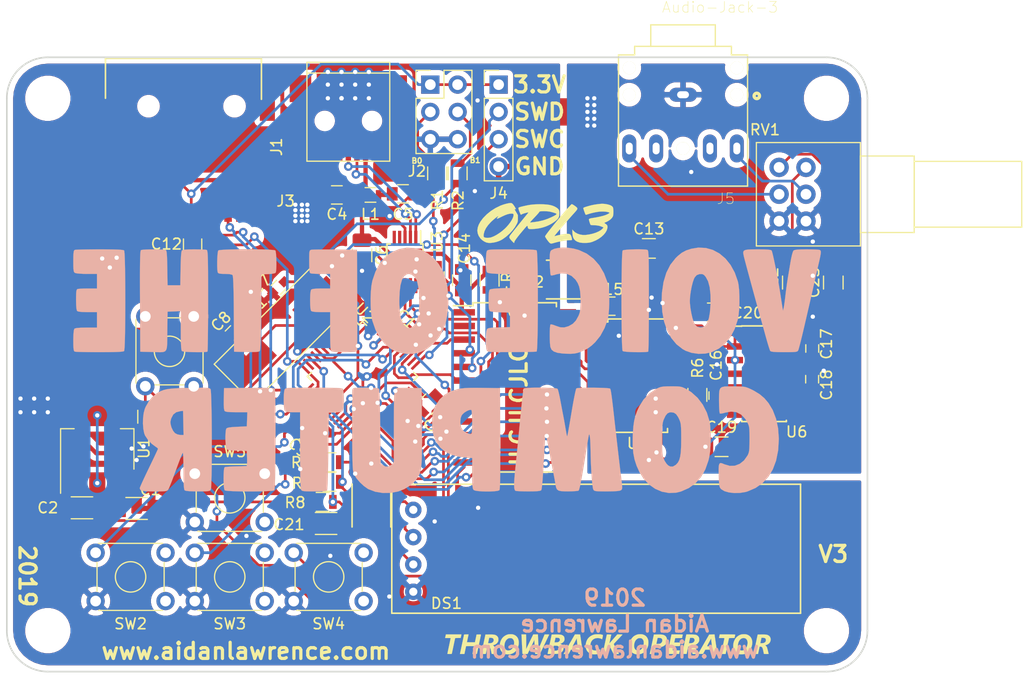
<source format=kicad_pcb>
(kicad_pcb (version 20171130) (host pcbnew "(5.1.4-0-10_14)")
  (layers (0 F.Cu signal) (31 B.Cu signal) (34 B.Paste user) (35 F.Paste user) (36 B.SilkS user) (37 F.SilkS user) (38 B.Mask user) (39 F.Mask user) (44 Edge.Cuts user))
  (net 0 "")
  (net 1 GND)
  (net 2 VCC)
  (net 3 +3V3)
  (net 4 "Net-(C3-Pad2)")
  (net 5 +5V)
  (net 6 "Net-(C7-Pad1)")
  (net 7 "Net-(C8-Pad1)")
  (net 8 +5VA)
  (net 9 "Net-(C16-Pad2)")
  (net 10 "Net-(C17-Pad2)")
  (net 11 "Net-(C18-Pad2)")
  (net 12 "Net-(C19-Pad1)")
  (net 13 "Net-(C21-Pad1)")
  (net 14 "Net-(C22-Pad2)")
  (net 15 CH1_OUT)
  (net 16 CH2_OUT)
  (net 17 "Net-(C23-Pad2)")
  (net 18 SDA)
  (net 19 SCL)
  (net 20 "Net-(J1-Pad4)")
  (net 21 D+)
  (net 22 D-)
  (net 23 BOOT1)
  (net 24 BOOT0)
  (net 25 "Net-(J3-Pad9)")
  (net 26 "Net-(J3-Pad8)")
  (net 27 SD_MISO)
  (net 28 SD_CLK)
  (net 29 SD_MOSI)
  (net 30 SD_CS)
  (net 31 "Net-(J3-Pad1)")
  (net 32 SWCLK)
  (net 33 SWDIO)
  (net 34 "Net-(J5-Pad2)")
  (net 35 "Net-(L3-Pad2)")
  (net 36 "Net-(R1-Pad1)")
  (net 37 "Net-(R2-Pad1)")
  (net 38 "Net-(R3-Pad1)")
  (net 39 "Net-(R4-Pad2)")
  (net 40 "Net-(R5-Pad1)")
  (net 41 "Net-(R6-Pad1)")
  (net 42 "Net-(R6-Pad2)")
  (net 43 "Net-(SW1-Pad2)")
  (net 44 "Net-(SW1-Pad3)")
  (net 45 PREV)
  (net 46 "Net-(SW2-Pad2)")
  (net 47 "Net-(SW2-Pad4)")
  (net 48 "Net-(SW3-Pad4)")
  (net 49 "Net-(SW3-Pad2)")
  (net 50 RAND)
  (net 51 NEXT)
  (net 52 "Net-(SW4-Pad2)")
  (net 53 "Net-(SW4-Pad4)")
  (net 54 "Net-(SW5-Pad4)")
  (net 55 "Net-(SW5-Pad2)")
  (net 56 OPTION)
  (net 57 D1)
  (net 58 D0)
  (net 59 YM_WR)
  (net 60 YM_IC)
  (net 61 "Net-(U2-Pad33)")
  (net 62 "Net-(U2-Pad32)")
  (net 63 TX)
  (net 64 RX)
  (net 65 YM_CS)
  (net 66 D7)
  (net 67 D6)
  (net 68 D5)
  (net 69 D4)
  (net 70 D3)
  (net 71 D2)
  (net 72 "Net-(U2-Pad13)")
  (net 73 "Net-(U2-Pad12)")
  (net 74 YM_CLK)
  (net 75 "Net-(U2-Pad10)")
  (net 76 "Net-(U2-Pad4)")
  (net 77 YM_A1)
  (net 78 YM_A0)
  (net 79 "Net-(U3-Pad6)")
  (net 80 "Net-(U3-Pad5)")
  (net 81 "Net-(U3-Pad4)")
  (net 82 "Net-(U4-Pad23)")
  (net 83 "Net-(U4-Pad22)")
  (net 84 "Net-(U4-Pad21)")
  (net 85 "Net-(U4-Pad20)")
  (net 86 "Net-(U4-Pad19)")
  (net 87 "Net-(U4-Pad9)")
  (net 88 "Net-(U4-Pad2)")
  (net 89 "Net-(U5-Pad15)")
  (net 90 "Net-(U5-Pad14)")
  (net 91 "Net-(J5-Pad3)")
  (net 92 "Net-(J1-Pad6)")
  (net 93 "Net-(U6-Pad11)")
  (module Capacitor_SMD:C_1206_3216Metric (layer F.Cu) (at 226.695 104.775 90)
    (fp_text reference C23 (at 0 -1.82 90) (layer F.SilkS))
    (fp_text value 10uF)
    (pad 2 smd roundrect (at 1.4 0 90) (size 1.25 1.75) (layers F.Cu F.Paste F.Mask) (roundrect_rratio 0.2) (net 17 "Net-(C23-Pad2)"))
    (pad 1 smd roundrect (at -1.4 0 90) (size 1.25 1.75) (layers F.Cu F.Paste F.Mask) (roundrect_rratio 0.2) (net 16 CH2_OUT))
  )
  (module Capacitor_SMD:C_1206_3216Metric (layer F.Cu) (at 222.885 104.775 90)
    (fp_text reference C22 (at 0 -1.82 90) (layer F.SilkS))
    (fp_text value 10uF)
    (pad 2 smd roundrect (at 1.4 0 90) (size 1.25 1.75) (layers F.Cu F.Paste F.Mask) (roundrect_rratio 0.2) (net 14 "Net-(C22-Pad2)"))
    (pad 1 smd roundrect (at -1.4 0 90) (size 1.25 1.75) (layers F.Cu F.Paste F.Mask) (roundrect_rratio 0.2) (net 15 CH1_OUT))
  )
  (module Capacitor_SMD:C_1206_3216Metric (layer F.Cu) (at 216.3064 120.0531)
    (fp_text reference C19 (at 0 -1.82) (layer F.SilkS))
    (fp_text value 10uF)
    (pad 2 smd roundrect (at 1.4 0) (size 1.25 1.75) (layers F.Cu F.Paste F.Mask) (roundrect_rratio 0.2) (net 1 GND))
    (pad 1 smd roundrect (at -1.4 0) (size 1.25 1.75) (layers F.Cu F.Paste F.Mask) (roundrect_rratio 0.2) (net 12 "Net-(C19-Pad1)"))
  )
  (module Capacitor_SMD:C_1206_3216Metric (layer F.Cu) (at 209.55 101.6)
    (fp_text reference C13 (at 0 -1.82) (layer F.SilkS))
    (fp_text value 10uF)
    (pad 2 smd roundrect (at 1.4 0) (size 1.25 1.75) (layers F.Cu F.Paste F.Mask) (roundrect_rratio 0.2) (net 1 GND))
    (pad 1 smd roundrect (at -1.4 0) (size 1.25 1.75) (layers F.Cu F.Paste F.Mask) (roundrect_rratio 0.2) (net 8 +5VA))
  )
  (module Capacitor_SMD:C_1206_3216Metric (layer F.Cu) (at 182.88 102.235 270)
    (fp_text reference C6 (at 0 -1.82 90) (layer F.SilkS))
    (fp_text value 10uF)
    (pad 2 smd roundrect (at 1.4 0 270) (size 1.25 1.75) (layers F.Cu F.Paste F.Mask) (roundrect_rratio 0.2) (net 1 GND))
    (pad 1 smd roundrect (at -1.4 0 270) (size 1.25 1.75) (layers F.Cu F.Paste F.Mask) (roundrect_rratio 0.2) (net 5 +5V))
  )
  (module "Boom Precision Elec PJ-307C:Boom Precision Elec PJ-307C" (layer F.Cu) (at 212.725 88.3 180)
    (fp_text reference J5 (at -3.97529 -8.66834) (layer F.SilkS) (effects (font (size 1.00386 1.00386) (thickness 0.05))))
    (fp_text value Audio-Jack-3 (at -3.44121 9.13891) (layer F.SilkS) (effects (font (size 1.00249 1.00249) (thickness 0.05))))
    (pad 2 thru_hole oval (at 5 -4 270) (size 2.6 1.3) (drill oval 1.1 0.65) (layers *.Cu *.Mask) (net 34 "Net-(J5-Pad2)"))
    (pad 3 thru_hole oval (at -5 -4 270) (size 2.6 1.3) (drill oval 1.1 0.65) (layers *.Cu *.Mask) (net 91 "Net-(J5-Pad3)"))
    (pad ~ thru_hole oval (at -2.5 -4 270) (size 2.6 1.3) (drill oval 1.1 0.65) (layers *.Cu *.Mask))
    (pad 4 thru_hole oval (at 2.5 -4 270) (size 2.6 1.3) (drill oval 1.1 0.65) (layers *.Cu *.Mask))
    (pad 1 thru_hole oval (at 0 1) (size 2.6 1.3) (drill oval 1.1 0.65) (layers *.Cu *.Mask) (net 1 GND))
    (pad Hole np_thru_hole circle (at 0 -4 180) (size 1.2 1.2) (drill 1.2) (layers *.Cu *.Mask F.SilkS))
    (pad Hole np_thru_hole circle (at -5 1 180) (size 1.2 1.2) (drill 1.2) (layers *.Cu *.Mask F.SilkS))
    (pad Hole np_thru_hole circle (at -5 3.5 180) (size 1.2 1.2) (drill 1.2) (layers *.Cu *.Mask F.SilkS))
    (pad Hole np_thru_hole circle (at 5 1 180) (size 1.2 1.2) (drill 1.2) (layers *.Cu *.Mask F.SilkS))
    (pad Hole np_thru_hole circle (at 5 3.5 180) (size 1.2 1.2) (drill 1.2) (layers *.Cu *.Mask F.SilkS))
  )
  (module Potentiometers:Potentiometer_Alps_RK097_Double_Vertical (layer F.Cu) (at 224.155 99.06)
    (fp_text reference RV1 (at -3.81 -8.5) (layer F.SilkS))
    (fp_text value R_POT_Dual)
    (pad 6 thru_hole circle (at -2.5 0) (size 1.8 1.8) (drill 1) (layers *.Cu *.Mask) (net 1 GND))
    (pad 5 thru_hole circle (at -2.5 -2.5) (size 1.8 1.8) (drill 1) (layers *.Cu *.Mask) (net 34 "Net-(J5-Pad2)"))
    (pad 4 thru_hole circle (at -2.5 -5) (size 1.8 1.8) (drill 1) (layers *.Cu *.Mask) (net 17 "Net-(C23-Pad2)"))
    (pad 3 thru_hole circle (at 0 0) (size 1.8 1.8) (drill 1) (layers *.Cu *.Mask) (net 1 GND))
    (pad 2 thru_hole circle (at 0 -2.5) (size 1.8 1.8) (drill 1) (layers *.Cu *.Mask) (net 91 "Net-(J5-Pad3)"))
    (pad 1 thru_hole circle (at 0 -5) (size 1.8 1.8) (drill 1) (layers *.Cu *.Mask) (net 14 "Net-(C22-Pad2)"))
  )
  (module Buttons_Switches_THT:SW_TH_Tactile_Omron_B3F-10xx (layer F.Cu) (at 158.115 129.9083)
    (fp_text reference SW2 (at 3.25 6.6167) (layer F.SilkS))
    (fp_text value SW_Push_Dual)
    (pad 1 thru_hole circle (at 0 0) (size 1.7 1.7) (drill 1) (layers *.Cu *.Mask) (net 45 PREV))
    (pad 2 thru_hole circle (at 6.5 0) (size 1.7 1.7) (drill 1) (layers *.Cu *.Mask) (net 46 "Net-(SW2-Pad2)"))
    (pad 3 thru_hole circle (at 0 4.5) (size 1.7 1.7) (drill 1) (layers *.Cu *.Mask) (net 1 GND))
    (pad 4 thru_hole circle (at 6.5 4.5) (size 1.7 1.7) (drill 1) (layers *.Cu *.Mask) (net 47 "Net-(SW2-Pad4)"))
  )
  (module Buttons_Switches_THT:SW_TH_Tactile_Omron_B3F-10xx (layer F.Cu) (at 167.3352 129.9083)
    (fp_text reference SW3 (at 3.25 6.6167) (layer F.SilkS))
    (fp_text value SW_Push_Dual)
    (pad 4 thru_hole circle (at 6.5 4.5) (size 1.7 1.7) (drill 1) (layers *.Cu *.Mask) (net 48 "Net-(SW3-Pad4)"))
    (pad 3 thru_hole circle (at 0 4.5) (size 1.7 1.7) (drill 1) (layers *.Cu *.Mask) (net 1 GND))
    (pad 2 thru_hole circle (at 6.5 0) (size 1.7 1.7) (drill 1) (layers *.Cu *.Mask) (net 49 "Net-(SW3-Pad2)"))
    (pad 1 thru_hole circle (at 0 0) (size 1.7 1.7) (drill 1) (layers *.Cu *.Mask) (net 50 RAND))
  )
  (module Buttons_Switches_THT:SW_TH_Tactile_Omron_B3F-10xx (layer F.Cu) (at 176.53 129.9083)
    (fp_text reference SW4 (at 3.25 6.6167) (layer F.SilkS))
    (fp_text value SW_Push_Dual)
    (pad 1 thru_hole circle (at 0 0) (size 1.7 1.7) (drill 1) (layers *.Cu *.Mask) (net 51 NEXT))
    (pad 2 thru_hole circle (at 6.5 0) (size 1.7 1.7) (drill 1) (layers *.Cu *.Mask) (net 52 "Net-(SW4-Pad2)"))
    (pad 3 thru_hole circle (at 0 4.5) (size 1.7 1.7) (drill 1) (layers *.Cu *.Mask) (net 1 GND))
    (pad 4 thru_hole circle (at 6.5 4.5) (size 1.7 1.7) (drill 1) (layers *.Cu *.Mask) (net 53 "Net-(SW4-Pad4)"))
  )
  (module Buttons_Switches_THT:SW_TH_Tactile_Omron_B3F-10xx (layer F.Cu) (at 167.3352 122.555)
    (fp_text reference SW5 (at 3.25 -2.05) (layer F.SilkS))
    (fp_text value SW_Push_Dual)
    (pad 4 thru_hole circle (at 6.5 4.5) (size 1.7 1.7) (drill 1) (layers *.Cu *.Mask) (net 54 "Net-(SW5-Pad4)"))
    (pad 3 thru_hole circle (at 0 4.5) (size 1.7 1.7) (drill 1) (layers *.Cu *.Mask) (net 1 GND))
    (pad 2 thru_hole circle (at 6.5 0) (size 1.7 1.7) (drill 1) (layers *.Cu *.Mask) (net 55 "Net-(SW5-Pad2)"))
    (pad 1 thru_hole circle (at 0 0) (size 1.7 1.7) (drill 1) (layers *.Cu *.Mask) (net 56 OPTION))
  )
  (module customMicroSD:SOFNG_TF_15x15_PUSH_PUSH (layer F.Cu) (at 163.83 98.425)
    (fp_text reference J3 (at 11.9507 -1.2319) (layer F.SilkS))
    (fp_text value Micro_SD_Card)
    (pad "" np_thru_hole circle (at -0.8 -10.055) (size 1.1 1.1) (drill 1.1) (layers *.Cu *.Mask))
    (pad "" np_thru_hole circle (at 7.2 -10.055) (size 1.1 1.1) (drill 1.1) (layers *.Cu *.Mask))
    (pad "" smd rect (at 10.251 -9.799) (size 1.4 2.2) (layers F.Cu F.Paste F.Mask))
    (pad "" smd rect (at -5.499 -9.601) (size 1.4 2.2) (layers F.Cu F.Paste F.Mask))
    (pad "" smd rect (at -4.498 -0.5) (size 1.8 1.4) (layers F.Cu F.Paste F.Mask))
    (pad "" smd rect (at 10.05 -0.5) (size 1.6 1.4) (layers F.Cu F.Paste F.Mask))
    (pad 9 smd rect (at 8.8 0) (size 0.7 1.4) (layers F.Cu F.Paste F.Mask) (net 25 "Net-(J3-Pad9)"))
    (pad 8 smd rect (at 7.7 0) (size 0.7 1.4) (layers F.Cu F.Paste F.Mask) (net 26 "Net-(J3-Pad8)"))
    (pad 7 smd rect (at 6.6 0) (size 0.7 1.4) (layers F.Cu F.Paste F.Mask) (net 27 SD_MISO))
    (pad 6 smd rect (at 5.5 0) (size 0.7 1.4) (layers F.Cu F.Paste F.Mask) (net 1 GND))
    (pad 5 smd rect (at 4.4 0) (size 0.7 1.4) (layers F.Cu F.Paste F.Mask) (net 28 SD_CLK))
    (pad 4 smd rect (at 3.3 0) (size 0.7 1.4) (layers F.Cu F.Paste F.Mask) (net 3 +3V3))
    (pad 3 smd rect (at 2.2 0) (size 0.7 1.4) (layers F.Cu F.Paste F.Mask) (net 29 SD_MOSI))
    (pad 2 smd rect (at 1.1 0) (size 0.7 1.4) (layers F.Cu F.Paste F.Mask) (net 30 SD_CS))
    (pad 1 smd rect (at 0 0) (size 0.7 1.4) (layers F.Cu F.Paste F.Mask) (net 31 "Net-(J3-Pad1)"))
  )
  (module Mounting_Holes:MountingHole_3.2mm_M3 (layer F.Cu) (at 226.06 87.63)
    (fp_text reference H4 hide)
    (fp_text value M3)
    (pad 1 np_thru_hole circle (at 0 0) (size 3.2 3.2) (drill 3.2) (layers *.Cu *.Mask))
  )
  (module Mounting_Holes:MountingHole_3.2mm_M3 (layer F.Cu) (at 153.67 87.63)
    (fp_text reference H3 hide)
    (fp_text value M3)
    (pad 1 np_thru_hole circle (at 0 0) (size 3.2 3.2) (drill 3.2) (layers *.Cu *.Mask))
  )
  (module Mounting_Holes:MountingHole_3.2mm_M3 (layer F.Cu) (at 153.67 137.16)
    (fp_text reference H2 hide)
    (fp_text value M3)
    (pad 1 np_thru_hole circle (at 0 0) (size 3.2 3.2) (drill 3.2) (layers *.Cu *.Mask))
  )
  (module Mounting_Holes:MountingHole_3.2mm_M3 (layer F.Cu) (at 226.06 137.16)
    (fp_text reference H1 hide)
    (fp_text value M3)
    (pad 1 np_thru_hole circle (at 0 0) (size 3.2 3.2) (drill 3.2) (layers *.Cu *.Mask))
  )
  (module oled_display:128x32_OLED_I2C_Module (layer F.Cu) (at 185.6486 129.54)
    (fp_text reference DS1 (at 5.08 5.08) (layer F.SilkS))
    (fp_text value 128x32_I2C_OLED)
    (pad 4 thru_hole circle (at 2 4) (size 1.524 1.524) (drill 0.762) (layers *.Mask B.Cu) (net 1 GND))
    (pad 3 thru_hole circle (at 2 1.46) (size 1.524 1.524) (drill 0.762) (layers *.Cu *.Mask) (net 13 "Net-(C21-Pad1)"))
    (pad 2 thru_hole circle (at 2 -1.08) (size 1.524 1.524) (drill 0.762) (layers *.Cu *.Mask) (net 19 SCL))
    (pad 1 thru_hole circle (at 2 -3.62) (size 1.524 1.524) (drill 0.762) (layers *.Cu *.Mask) (net 18 SDA))
  )
  (module Capacitors_SMD:C_1206 (layer F.Cu) (at 161.925 125.7935)
    (fp_text reference C1 (at 1.27 -1.75) (layer F.SilkS))
    (fp_text value 10uF)
    (pad 2 smd rect (at 1.5 0) (size 1 1.6) (layers F.Cu F.Paste F.Mask) (net 1 GND))
    (pad 1 smd rect (at -1.5 0) (size 1 1.6) (layers F.Cu F.Paste F.Mask) (net 2 VCC))
  )
  (module Capacitors_SMD:C_1206 (layer F.Cu) (at 156.845 125.73 180)
    (fp_text reference C2 (at 3.175 0 180) (layer F.SilkS))
    (fp_text value 10uF)
    (pad 1 smd rect (at -1.5 0 180) (size 1 1.6) (layers F.Cu F.Paste F.Mask) (net 3 +3V3))
    (pad 2 smd rect (at 1.5 0 180) (size 1 1.6) (layers F.Cu F.Paste F.Mask) (net 1 GND))
  )
  (module Capacitors_SMD:C_0805 (layer F.Cu) (at 189.6745 104.267 270)
    (fp_text reference C3 (at 3.048 -0.1905 270) (layer F.SilkS))
    (fp_text value 100nF)
    (pad 1 smd rect (at -1 0 270) (size 1 1.25) (layers F.Cu F.Paste F.Mask) (net 1 GND))
    (pad 2 smd rect (at 1 0 270) (size 1 1.25) (layers F.Cu F.Paste F.Mask) (net 4 "Net-(C3-Pad2)"))
  )
  (module Capacitors_SMD:C_0805 (layer F.Cu) (at 180.5432 96.6216 180)
    (fp_text reference C4 (at 0 -1.8034 180) (layer F.SilkS))
    (fp_text value 10nF)
    (pad 2 smd rect (at 1 0 180) (size 1 1.25) (layers F.Cu F.Paste F.Mask) (net 1 GND))
    (pad 1 smd rect (at -1 0 180) (size 1 1.25) (layers F.Cu F.Paste F.Mask) (net 2 VCC))
  )
  (module Capacitors_SMD:C_0805 (layer F.Cu) (at 186.69 96.52)
    (fp_text reference C5 (at 0 1.905) (layer F.SilkS))
    (fp_text value 100nF)
    (pad 1 smd rect (at -1 0) (size 1 1.25) (layers F.Cu F.Paste F.Mask) (net 5 +5V))
    (pad 2 smd rect (at 1 0) (size 1 1.25) (layers F.Cu F.Paste F.Mask) (net 1 GND))
  )
  (module Capacitors_SMD:C_0603 (layer F.Cu) (at 175.1076 105.2322 225)
    (fp_text reference C7 (at 0.951907 1.347038 225) (layer F.SilkS))
    (fp_text value 22pF)
    (pad 2 smd rect (at 0.75 0 225) (size 0.8 0.75) (layers F.Cu F.Paste F.Mask) (net 1 GND))
    (pad 1 smd rect (at -0.75 0 225) (size 0.8 0.75) (layers F.Cu F.Paste F.Mask) (net 6 "Net-(C7-Pad1)"))
  )
  (module Capacitors_SMD:C_0603 (layer F.Cu) (at 170.8404 109.4613 45)
    (fp_text reference C8 (at 0 -1.5 45) (layer F.SilkS))
    (fp_text value 22pF)
    (pad 1 smd rect (at -0.75 0 45) (size 0.8 0.75) (layers F.Cu F.Paste F.Mask) (net 7 "Net-(C8-Pad1)"))
    (pad 2 smd rect (at 0.75 0 45) (size 0.8 0.75) (layers F.Cu F.Paste F.Mask) (net 1 GND))
  )
  (module Capacitors_SMD:C_0805 (layer F.Cu) (at 178.0032 119.0752 135)
    (fp_text reference C9 (at 0 -1.5 135) (layer F.SilkS))
    (fp_text value 100nF)
    (pad 1 smd rect (at -1 0 135) (size 1 1.25) (layers F.Cu F.Paste F.Mask) (net 3 +3V3))
    (pad 2 smd rect (at 1 0 135) (size 1 1.25) (layers F.Cu F.Paste F.Mask) (net 1 GND))
  )
  (module Capacitors_SMD:C_0805 (layer F.Cu) (at 184.763693 106.633293 135)
    (fp_text reference C10 (at -3.119341 0.466973 135) (layer F.SilkS))
    (fp_text value 100nF)
    (pad 2 smd rect (at 1 0 135) (size 1 1.25) (layers F.Cu F.Paste F.Mask) (net 1 GND))
    (pad 1 smd rect (at -1 0 135) (size 1 1.25) (layers F.Cu F.Paste F.Mask) (net 3 +3V3))
  )
  (module Capacitors_SMD:C_0805 (layer F.Cu) (at 189.060807 116.094793 225)
    (fp_text reference C11 (at 0.407303 -1.544604 225) (layer F.SilkS))
    (fp_text value 100nF)
    (pad 2 smd rect (at 1 0 225) (size 1 1.25) (layers F.Cu F.Paste F.Mask) (net 1 GND))
    (pad 1 smd rect (at -1 0 225) (size 1 1.25) (layers F.Cu F.Paste F.Mask) (net 3 +3V3))
  )
  (module Capacitors_SMD:C_0805 (layer F.Cu) (at 167.132 101.219 270)
    (fp_text reference C12 (at -0.0254 2.4384 180) (layer F.SilkS))
    (fp_text value 100nF)
    (pad 2 smd rect (at 1 0 270) (size 1 1.25) (layers F.Cu F.Paste F.Mask) (net 1 GND))
    (pad 1 smd rect (at -1 0 270) (size 1 1.25) (layers F.Cu F.Paste F.Mask) (net 3 +3V3))
  )
  (module Capacitors_SMD:C_0805 (layer F.Cu) (at 192.151 104.5591 270)
    (fp_text reference C14 (at -2.9591 -0.254 270) (layer F.SilkS))
    (fp_text value 100nF)
    (pad 2 smd rect (at 1 0 270) (size 1 1.25) (layers F.Cu F.Paste F.Mask) (net 5 +5V))
    (pad 1 smd rect (at -1 0 270) (size 1 1.25) (layers F.Cu F.Paste F.Mask) (net 1 GND))
  )
  (module Capacitors_SMD:C_0805 (layer F.Cu) (at 205.9051 106.9721 180)
    (fp_text reference C15 (at 0.1651 1.5621 180) (layer F.SilkS))
    (fp_text value 100nF)
    (pad 1 smd rect (at -1 0 180) (size 1 1.25) (layers F.Cu F.Paste F.Mask) (net 1 GND))
    (pad 2 smd rect (at 1 0 180) (size 1 1.25) (layers F.Cu F.Paste F.Mask) (net 8 +5VA))
  )
  (module Capacitors_SMD:C_0603 (layer F.Cu) (at 215.7349 115.2906 90)
    (fp_text reference C16 (at 2.8067 0.0635 90) (layer F.SilkS))
    (fp_text value 68pF)
    (pad 1 smd rect (at -0.75 0 90) (size 0.8 0.75) (layers F.Cu F.Paste F.Mask) (net 1 GND))
    (pad 2 smd rect (at 0.75 0 90) (size 0.8 0.75) (layers F.Cu F.Paste F.Mask) (net 9 "Net-(C16-Pad2)"))
  )
  (module Capacitors_SMD:C_0603 (layer F.Cu) (at 224.7392 110.9091 270)
    (fp_text reference C17 (at -0.4191 -1.3208 270) (layer F.SilkS))
    (fp_text value 2.7nF)
    (pad 1 smd rect (at -0.75 0 270) (size 0.8 0.75) (layers F.Cu F.Paste F.Mask) (net 1 GND))
    (pad 2 smd rect (at 0.75 0 270) (size 0.8 0.75) (layers F.Cu F.Paste F.Mask) (net 10 "Net-(C17-Pad2)"))
  )
  (module Capacitors_SMD:C_0603 (layer F.Cu) (at 224.7265 113.7666 270)
    (fp_text reference C18 (at 0.5334 -1.3335 270) (layer F.SilkS))
    (fp_text value 2.7nF)
    (pad 2 smd rect (at 0.75 0 270) (size 0.8 0.75) (layers F.Cu F.Paste F.Mask) (net 11 "Net-(C18-Pad2)"))
    (pad 1 smd rect (at -0.75 0 270) (size 0.8 0.75) (layers F.Cu F.Paste F.Mask) (net 1 GND))
  )
  (module Capacitors_SMD:C_0805 (layer F.Cu) (at 215.4936 107.5309 180)
    (fp_text reference C20 (at -3.2385 -0.0635 180) (layer F.SilkS))
    (fp_text value 100nF)
    (pad 1 smd rect (at -1 0 180) (size 1 1.25) (layers F.Cu F.Paste F.Mask) (net 1 GND))
    (pad 2 smd rect (at 1 0 180) (size 1 1.25) (layers F.Cu F.Paste F.Mask) (net 8 +5VA))
  )
  (module Capacitors_SMD:C_1206 (layer F.Cu) (at 179.5399 127.1905 180)
    (fp_text reference C21 (at 3.4417 -0.1016 180) (layer F.SilkS))
    (fp_text value 10uF)
    (pad 2 smd rect (at 1.5 0 180) (size 1 1.6) (layers F.Cu F.Paste F.Mask) (net 1 GND))
    (pad 1 smd rect (at -1.5 0 180) (size 1 1.6) (layers F.Cu F.Paste F.Mask) (net 13 "Net-(C21-Pad1)"))
  )
  (module Connectors:USB_Mini-B (layer F.Cu) (at 181.61 89.535 270)
    (fp_text reference J1 (at 2.6162 6.6802 270) (layer F.SilkS))
    (fp_text value USB_OTG)
    (pad "" np_thru_hole circle (at 0.2 2.2 270) (size 0.9 0.9) (drill 0.9) (layers *.Cu *.Mask))
    (pad "" np_thru_hole circle (at 0.2 -2.2 270) (size 0.9 0.9) (drill 0.9) (layers *.Cu *.Mask))
    (pad 6 smd rect (at -2.8 4.45 270) (size 2.5 2) (layers F.Cu F.Paste F.Mask) (net 92 "Net-(J1-Pad6)"))
    (pad 6 smd rect (at 2.7 4.45 270) (size 2.5 2) (layers F.Cu F.Paste F.Mask) (net 92 "Net-(J1-Pad6)"))
    (pad 6 smd rect (at -2.8 -4.45 270) (size 2.5 2) (layers F.Cu F.Paste F.Mask) (net 92 "Net-(J1-Pad6)"))
    (pad 6 smd rect (at 2.7 -4.45 270) (size 2.5 2) (layers F.Cu F.Paste F.Mask) (net 92 "Net-(J1-Pad6)"))
    (pad 5 smd rect (at 2.8 1.6 270) (size 2.3 0.5) (layers F.Cu F.Paste F.Mask) (net 1 GND))
    (pad 4 smd rect (at 2.8 0.8 270) (size 2.3 0.5) (layers F.Cu F.Paste F.Mask) (net 20 "Net-(J1-Pad4)"))
    (pad 3 smd rect (at 2.8 0 270) (size 2.3 0.5) (layers F.Cu F.Paste F.Mask) (net 21 D+))
    (pad 2 smd rect (at 2.8 -0.8 270) (size 2.3 0.5) (layers F.Cu F.Paste F.Mask) (net 22 D-))
    (pad 1 smd rect (at 2.8 -1.6 270) (size 2.3 0.5) (layers F.Cu F.Paste F.Mask) (net 2 VCC))
  )
  (module Pin_Headers:Pin_Header_Straight_2x03_Pitch2.54mm (layer F.Cu) (at 189.23 86.36)
    (fp_text reference J2 (at -1.2446 8.0518) (layer F.SilkS))
    (fp_text value Conn_02x03_Odd_Even)
    (pad 6 thru_hole oval (at 2.54 5.08) (size 1.7 1.7) (drill 1) (layers *.Cu *.Mask) (net 1 GND))
    (pad 5 thru_hole oval (at 0 5.08) (size 1.7 1.7) (drill 1) (layers *.Cu *.Mask) (net 1 GND))
    (pad 4 thru_hole oval (at 2.54 2.54) (size 1.7 1.7) (drill 1) (layers *.Cu *.Mask) (net 23 BOOT1))
    (pad 3 thru_hole oval (at 0 2.54) (size 1.7 1.7) (drill 1) (layers *.Cu *.Mask) (net 24 BOOT0))
    (pad 2 thru_hole oval (at 2.54 0) (size 1.7 1.7) (drill 1) (layers *.Cu *.Mask) (net 3 +3V3))
    (pad 1 thru_hole rect (at 0 0) (size 1.7 1.7) (drill 1) (layers *.Cu *.Mask) (net 3 +3V3))
  )
  (module Pin_Headers:Pin_Header_Straight_1x04_Pitch2.54mm (layer F.Cu) (at 195.58 86.36)
    (fp_text reference J4 (at 0 10.1092) (layer F.SilkS))
    (fp_text value Conn_01x04)
    (pad 4 thru_hole oval (at 0 7.62) (size 1.7 1.7) (drill 1) (layers *.Mask F.Cu) (net 1 GND))
    (pad 3 thru_hole oval (at 0 5.08) (size 1.7 1.7) (drill 1) (layers *.Cu *.Mask) (net 32 SWCLK))
    (pad 2 thru_hole oval (at 0 2.54) (size 1.7 1.7) (drill 1) (layers *.Cu *.Mask) (net 33 SWDIO))
    (pad 1 thru_hole rect (at 0 0) (size 1.7 1.7) (drill 1) (layers *.Cu *.Mask) (net 3 +3V3))
  )
  (module Inductors_SMD:L_0603 (layer F.Cu) (at 183.6674 96.6216 180)
    (fp_text reference L1 (at 0 -1.8034 180) (layer F.SilkS))
    (fp_text value BLM18PG221SN1D)
    (pad 2 smd rect (at 0.75 0 180) (size 0.5 0.9) (layers F.Cu F.Paste F.Mask) (net 2 VCC))
    (pad 1 smd rect (at -0.75 0 180) (size 0.5 0.9) (layers F.Cu F.Paste F.Mask) (net 5 +5V))
  )
  (module custom_inductors:L_4x4 (layer F.Cu) (at 203.5302 104.4956 180)
    (fp_text reference L2 (at 4.5974 -0.2286 180) (layer F.SilkS))
    (fp_text value 33uH)
    (pad 2 smd rect (at 3.05 0 180) (size 0.95 3.3) (layers F.Cu F.Paste F.Mask) (net 5 +5V))
    (pad 1 smd rect (at 0 0 180) (size 0.95 3.3) (layers F.Cu F.Paste F.Mask) (net 8 +5VA))
  )
  (module custom_inductors:L_4x4 (layer F.Cu) (at 183.7563 127.0127 90)
    (fp_text reference L3 (at 4.5212 -0.0254 90) (layer F.SilkS))
    (fp_text value 10uH)
    (pad 1 smd rect (at 0 0 90) (size 0.95 3.3) (layers F.Cu F.Paste F.Mask) (net 13 "Net-(C21-Pad1)"))
    (pad 2 smd rect (at 3.05 0 90) (size 0.95 3.3) (layers F.Cu F.Paste F.Mask) (net 35 "Net-(L3-Pad2)"))
  )
  (module Resistors_SMD:R_0805 (layer F.Cu) (at 189.865 94.615 90)
    (fp_text reference R1 (at -2.4765 0.0254 90) (layer F.SilkS))
    (fp_text value 100K)
    (pad 2 smd rect (at 0.95 0 90) (size 0.7 1.3) (layers F.Cu F.Paste F.Mask) (net 24 BOOT0))
    (pad 1 smd rect (at -0.95 0 90) (size 0.7 1.3) (layers F.Cu F.Paste F.Mask) (net 36 "Net-(R1-Pad1)"))
  )
  (module Resistors_SMD:R_0805 (layer F.Cu) (at 191.77 94.615 90)
    (fp_text reference R2 (at -2.5273 0.0381 90) (layer F.SilkS))
    (fp_text value 100K)
    (pad 1 smd rect (at -0.95 0 90) (size 0.7 1.3) (layers F.Cu F.Paste F.Mask) (net 37 "Net-(R2-Pad1)"))
    (pad 2 smd rect (at 0.95 0 90) (size 0.7 1.3) (layers F.Cu F.Paste F.Mask) (net 23 BOOT1))
  )
  (module Resistors_SMD:R_0805 (layer F.Cu) (at 159.8168 108.9787 180)
    (fp_text reference R3 (at 0 -1.65 180) (layer F.SilkS))
    (fp_text value 1K)
    (pad 2 smd rect (at 0.95 0 180) (size 0.7 1.3) (layers F.Cu F.Paste F.Mask) (net 1 GND))
    (pad 1 smd rect (at -0.95 0 180) (size 0.7 1.3) (layers F.Cu F.Paste F.Mask) (net 38 "Net-(R3-Pad1)"))
  )
  (module Resistors_SMD:R_0805 (layer F.Cu) (at 162.9156 117.2591 90)
    (fp_text reference R4 (at 0.0254 1.6256 90) (layer F.SilkS))
    (fp_text value 10K)
    (pad 1 smd rect (at -0.95 0 90) (size 0.7 1.3) (layers F.Cu F.Paste F.Mask) (net 3 +3V3))
    (pad 2 smd rect (at 0.95 0 90) (size 0.7 1.3) (layers F.Cu F.Paste F.Mask) (net 39 "Net-(R4-Pad2)"))
  )
  (module Resistors_SMD:R_0805 (layer F.Cu) (at 194.7418 104.5083 90)
    (fp_text reference R5 (at 0.6985 1.651 90) (layer F.SilkS))
    (fp_text value 10K)
    (pad 2 smd rect (at 0.95 0 90) (size 0.7 1.3) (layers F.Cu F.Paste F.Mask) (net 5 +5V))
    (pad 1 smd rect (at -0.95 0 90) (size 0.7 1.3) (layers F.Cu F.Paste F.Mask) (net 40 "Net-(R5-Pad1)"))
  )
  (module Resistors_SMD:R_0805 (layer F.Cu) (at 214.0585 115.2271 90)
    (fp_text reference R6 (at 2.5019 0.0254 90) (layer F.SilkS))
    (fp_text value 33)
    (pad 1 smd rect (at -0.95 0 90) (size 0.7 1.3) (layers F.Cu F.Paste F.Mask) (net 41 "Net-(R6-Pad1)"))
    (pad 2 smd rect (at 0.95 0 90) (size 0.7 1.3) (layers F.Cu F.Paste F.Mask) (net 42 "Net-(R6-Pad2)"))
  )
  (module Resistors_SMD:R_0805 (layer F.Cu) (at 179.8574 121.4882 180)
    (fp_text reference R7 (at 2.6162 -0.0381 180) (layer F.SilkS))
    (fp_text value 4.7)
    (pad 2 smd rect (at 0.95 0 180) (size 0.7 1.3) (layers F.Cu F.Paste F.Mask) (net 3 +3V3))
    (pad 1 smd rect (at -0.95 0 180) (size 0.7 1.3) (layers F.Cu F.Paste F.Mask) (net 35 "Net-(L3-Pad2)"))
  )
  (module Resistors_SMD:R_0805 (layer F.Cu) (at 179.2224 125.1839 180)
    (fp_text reference R8 (at 2.5654 -0.0635 180) (layer F.SilkS))
    (fp_text value 4.7K)
    (pad 1 smd rect (at -0.95 0 180) (size 0.7 1.3) (layers F.Cu F.Paste F.Mask) (net 19 SCL))
    (pad 2 smd rect (at 0.95 0 180) (size 0.7 1.3) (layers F.Cu F.Paste F.Mask) (net 3 +3V3))
  )
  (module Resistors_SMD:R_0805 (layer F.Cu) (at 179.8574 123.317 180)
    (fp_text reference R9 (at 2.54 -0.127 180) (layer F.SilkS))
    (fp_text value 4.7K)
    (pad 2 smd rect (at 0.95 0 180) (size 0.7 1.3) (layers F.Cu F.Paste F.Mask) (net 3 +3V3))
    (pad 1 smd rect (at -0.95 0 180) (size 0.7 1.3) (layers F.Cu F.Paste F.Mask) (net 18 SDA))
  )
  (module Buttons_Switches_THT:SW_TH_Tactile_Omron_B3F-10xx (layer F.Cu) (at 167.2336 107.9246 270)
    (fp_text reference SW1 (at -1.8796 2.1336) (layer F.SilkS))
    (fp_text value SW_Push_Dual)
    (pad 1 thru_hole circle (at 0 0 270) (size 1.7 1.7) (drill 1) (layers *.Cu *.Mask) (net 38 "Net-(R3-Pad1)"))
    (pad 2 thru_hole circle (at 6.5 0 270) (size 1.7 1.7) (drill 1) (layers *.Cu *.Mask) (net 43 "Net-(SW1-Pad2)"))
    (pad 3 thru_hole circle (at 0 4.5 270) (size 1.7 1.7) (drill 1) (layers *.Cu *.Mask) (net 44 "Net-(SW1-Pad3)"))
    (pad 4 thru_hole circle (at 6.5 4.5 270) (size 1.7 1.7) (drill 1) (layers *.Cu *.Mask) (net 39 "Net-(R4-Pad2)"))
  )
  (module TO_SOT_Packages_SMD:SOT-223-3_TabPin2 (layer F.Cu) (at 158.2674 120.2817 90)
    (fp_text reference U1 (at 0.1016 4.3434 90) (layer F.SilkS))
    (fp_text value LD1117S33TR_SOT223)
    (pad 1 smd rect (at -3.15 -2.3 90) (size 2 1.5) (layers F.Cu F.Paste F.Mask) (net 1 GND))
    (pad 3 smd rect (at -3.15 2.3 90) (size 2 1.5) (layers F.Cu F.Paste F.Mask) (net 2 VCC))
    (pad 2 smd rect (at -3.15 0 90) (size 2 1.5) (layers F.Cu F.Paste F.Mask) (net 3 +3V3))
    (pad 2 smd rect (at 3.15 0 90) (size 2 3.8) (layers F.Cu F.Paste F.Mask) (net 3 +3V3))
  )
  (module Housings_QFP:LQFP-48_7x7mm_Pitch0.5mm (layer F.Cu) (at 182.9308 113.5126 315)
    (fp_text reference U2 (at -4.032135 -4.319503 315) (layer F.SilkS))
    (fp_text value STM32F103C8Tx)
    (pad 48 smd rect (at -2.75 -4.35 45) (size 1.3 0.25) (layers F.Cu F.Paste F.Mask) (net 3 +3V3))
    (pad 47 smd rect (at -2.25 -4.35 45) (size 1.3 0.25) (layers F.Cu F.Paste F.Mask) (net 1 GND))
    (pad 46 smd rect (at -1.749999 -4.35 45) (size 1.3 0.25) (layers F.Cu F.Paste F.Mask) (net 57 D1))
    (pad 45 smd rect (at -1.25 -4.35 45) (size 1.3 0.25) (layers F.Cu F.Paste F.Mask) (net 58 D0))
    (pad 44 smd rect (at -0.750001 -4.35 45) (size 1.3 0.25) (layers F.Cu F.Paste F.Mask) (net 36 "Net-(R1-Pad1)"))
    (pad 43 smd rect (at -0.25 -4.35 45) (size 1.3 0.25) (layers F.Cu F.Paste F.Mask) (net 18 SDA))
    (pad 42 smd rect (at 0.25 -4.35 45) (size 1.3 0.25) (layers F.Cu F.Paste F.Mask) (net 19 SCL))
    (pad 41 smd rect (at 0.750001 -4.35 45) (size 1.3 0.25) (layers F.Cu F.Paste F.Mask) (net 59 YM_WR))
    (pad 40 smd rect (at 1.25 -4.35 45) (size 1.3 0.25) (layers F.Cu F.Paste F.Mask) (net 56 OPTION))
    (pad 39 smd rect (at 1.749999 -4.35 45) (size 1.3 0.25) (layers F.Cu F.Paste F.Mask) (net 51 NEXT))
    (pad 38 smd rect (at 2.25 -4.35 45) (size 1.3 0.25) (layers F.Cu F.Paste F.Mask) (net 60 YM_IC))
    (pad 37 smd rect (at 2.75 -4.35 45) (size 1.3 0.25) (layers F.Cu F.Paste F.Mask) (net 32 SWCLK))
    (pad 36 smd rect (at 4.35 -2.75 315) (size 1.3 0.25) (layers F.Cu F.Paste F.Mask) (net 3 +3V3))
    (pad 35 smd rect (at 4.35 -2.25 315) (size 1.3 0.25) (layers F.Cu F.Paste F.Mask) (net 1 GND))
    (pad 34 smd rect (at 4.35 -1.749999 315) (size 1.3 0.25) (layers F.Cu F.Paste F.Mask) (net 33 SWDIO))
    (pad 33 smd rect (at 4.35 -1.25 315) (size 1.3 0.25) (layers F.Cu F.Paste F.Mask) (net 61 "Net-(U2-Pad33)"))
    (pad 32 smd rect (at 4.35 -0.750001 315) (size 1.3 0.25) (layers F.Cu F.Paste F.Mask) (net 62 "Net-(U2-Pad32)"))
    (pad 31 smd rect (at 4.35 -0.25 315) (size 1.3 0.25) (layers F.Cu F.Paste F.Mask) (net 63 TX))
    (pad 30 smd rect (at 4.35 0.25 315) (size 1.3 0.25) (layers F.Cu F.Paste F.Mask) (net 64 RX))
    (pad 29 smd rect (at 4.35 0.750001 315) (size 1.3 0.25) (layers F.Cu F.Paste F.Mask) (net 65 YM_CS))
    (pad 28 smd rect (at 4.35 1.25 315) (size 1.3 0.25) (layers F.Cu F.Paste F.Mask) (net 66 D7))
    (pad 27 smd rect (at 4.35 1.749999 315) (size 1.3 0.25) (layers F.Cu F.Paste F.Mask) (net 67 D6))
    (pad 26 smd rect (at 4.35 2.25 315) (size 1.3 0.25) (layers F.Cu F.Paste F.Mask) (net 68 D5))
    (pad 25 smd rect (at 4.35 2.75 315) (size 1.3 0.25) (layers F.Cu F.Paste F.Mask) (net 69 D4))
    (pad 24 smd rect (at 2.75 4.35 45) (size 1.3 0.25) (layers F.Cu F.Paste F.Mask) (net 3 +3V3))
    (pad 23 smd rect (at 2.25 4.35 45) (size 1.3 0.25) (layers F.Cu F.Paste F.Mask) (net 1 GND))
    (pad 22 smd rect (at 1.749999 4.35 45) (size 1.3 0.25) (layers F.Cu F.Paste F.Mask) (net 70 D3))
    (pad 21 smd rect (at 1.25 4.35 45) (size 1.3 0.25) (layers F.Cu F.Paste F.Mask) (net 71 D2))
    (pad 20 smd rect (at 0.750001 4.35 45) (size 1.3 0.25) (layers F.Cu F.Paste F.Mask) (net 37 "Net-(R2-Pad1)"))
    (pad 19 smd rect (at 0.25 4.35 45) (size 1.3 0.25) (layers F.Cu F.Paste F.Mask) (net 50 RAND))
    (pad 18 smd rect (at -0.25 4.35 45) (size 1.3 0.25) (layers F.Cu F.Paste F.Mask) (net 45 PREV))
    (pad 17 smd rect (at -0.750001 4.35 45) (size 1.3 0.25) (layers F.Cu F.Paste F.Mask) (net 29 SD_MOSI))
    (pad 16 smd rect (at -1.25 4.35 45) (size 1.3 0.25) (layers F.Cu F.Paste F.Mask) (net 27 SD_MISO))
    (pad 15 smd rect (at -1.749999 4.35 45) (size 1.3 0.25) (layers F.Cu F.Paste F.Mask) (net 28 SD_CLK))
    (pad 14 smd rect (at -2.25 4.35 45) (size 1.3 0.25) (layers F.Cu F.Paste F.Mask) (net 30 SD_CS))
    (pad 13 smd rect (at -2.75 4.35 45) (size 1.3 0.25) (layers F.Cu F.Paste F.Mask) (net 72 "Net-(U2-Pad13)"))
    (pad 12 smd rect (at -4.35 2.75 315) (size 1.3 0.25) (layers F.Cu F.Paste F.Mask) (net 73 "Net-(U2-Pad12)"))
    (pad 11 smd rect (at -4.35 2.25 315) (size 1.3 0.25) (layers F.Cu F.Paste F.Mask) (net 74 YM_CLK))
    (pad 10 smd rect (at -4.35 1.749999 315) (size 1.3 0.25) (layers F.Cu F.Paste F.Mask) (net 75 "Net-(U2-Pad10)"))
    (pad 9 smd rect (at -4.35 1.25 315) (size 1.3 0.25) (layers F.Cu F.Paste F.Mask) (net 3 +3V3))
    (pad 8 smd rect (at -4.35 0.750001 315) (size 1.3 0.25) (layers F.Cu F.Paste F.Mask) (net 1 GND))
    (pad 7 smd rect (at -4.35 0.25 315) (size 1.3 0.25) (layers F.Cu F.Paste F.Mask) (net 39 "Net-(R4-Pad2)"))
    (pad 6 smd rect (at -4.35 -0.25 315) (size 1.3 0.25) (layers F.Cu F.Paste F.Mask) (net 7 "Net-(C8-Pad1)"))
    (pad 5 smd rect (at -4.35 -0.750001 315) (size 1.3 0.25) (layers F.Cu F.Paste F.Mask) (net 6 "Net-(C7-Pad1)"))
    (pad 4 smd rect (at -4.35 -1.25 315) (size 1.3 0.25) (layers F.Cu F.Paste F.Mask) (net 76 "Net-(U2-Pad4)"))
    (pad 3 smd rect (at -4.35 -1.749999 315) (size 1.3 0.25) (layers F.Cu F.Paste F.Mask) (net 77 YM_A1))
    (pad 2 smd rect (at -4.35 -2.25 315) (size 1.3 0.25) (layers F.Cu F.Paste F.Mask) (net 78 YM_A0))
    (pad 1 smd rect (at -4.35 -2.75 315) (size 1.3 0.25) (layers F.Cu F.Paste F.Mask) (net 3 +3V3))
  )
  (module Housings_SSOP:MSOP-10_3x3mm_Pitch0.5mm (layer F.Cu) (at 186.8805 102.8573 270)
    (fp_text reference U3 (at -1.8923 -2.9845 270) (layer F.SilkS))
    (fp_text value CH340E)
    (pad 10 smd rect (at 2.2 -1 270) (size 1.4 0.3) (layers F.Cu F.Paste F.Mask) (net 4 "Net-(C3-Pad2)"))
    (pad 9 smd rect (at 2.2 -0.5 270) (size 1.4 0.3) (layers F.Cu F.Paste F.Mask) (net 64 RX))
    (pad 8 smd rect (at 2.2 0 270) (size 1.4 0.3) (layers F.Cu F.Paste F.Mask) (net 63 TX))
    (pad 7 smd rect (at 2.2 0.5 270) (size 1.4 0.3) (layers F.Cu F.Paste F.Mask) (net 5 +5V))
    (pad 6 smd rect (at 2.2 1 270) (size 1.4 0.3) (layers F.Cu F.Paste F.Mask) (net 79 "Net-(U3-Pad6)"))
    (pad 5 smd rect (at -2.2 1 270) (size 1.4 0.3) (layers F.Cu F.Paste F.Mask) (net 80 "Net-(U3-Pad5)"))
    (pad 4 smd rect (at -2.2 0.5 270) (size 1.4 0.3) (layers F.Cu F.Paste F.Mask) (net 81 "Net-(U3-Pad4)"))
    (pad 3 smd rect (at -2.2 0 270) (size 1.4 0.3) (layers F.Cu F.Paste F.Mask) (net 1 GND))
    (pad 2 smd rect (at -2.2 -0.5 270) (size 1.4 0.3) (layers F.Cu F.Paste F.Mask) (net 22 D-))
    (pad 1 smd rect (at -2.2 -1 270) (size 1.4 0.3) (layers F.Cu F.Paste F.Mask) (net 21 D+))
  )
  (module Housings_SOIC:SOIC-24W_7.5x15.4mm_Pitch1.27mm (layer F.Cu) (at 197.0786 114.5286)
    (fp_text reference U4 (at 0 -8.8) (layer F.SilkS))
    (fp_text value YMF262-M)
    (pad 24 smd rect (at 4.7 -6.985) (size 2 0.6) (layers F.Cu F.Paste F.Mask) (net 74 YM_CLK))
    (pad 23 smd rect (at 4.7 -5.715) (size 2 0.6) (layers F.Cu F.Paste F.Mask) (net 82 "Net-(U4-Pad23)"))
    (pad 22 smd rect (at 4.7 -4.445) (size 2 0.6) (layers F.Cu F.Paste F.Mask) (net 83 "Net-(U4-Pad22)"))
    (pad 21 smd rect (at 4.7 -3.175) (size 2 0.6) (layers F.Cu F.Paste F.Mask) (net 84 "Net-(U4-Pad21)"))
    (pad 20 smd rect (at 4.7 -1.905) (size 2 0.6) (layers F.Cu F.Paste F.Mask) (net 85 "Net-(U4-Pad20)"))
    (pad 19 smd rect (at 4.7 -0.635) (size 2 0.6) (layers F.Cu F.Paste F.Mask) (net 86 "Net-(U4-Pad19)"))
    (pad 18 smd rect (at 4.7 0.635) (size 2 0.6) (layers F.Cu F.Paste F.Mask) (net 66 D7))
    (pad 17 smd rect (at 4.7 1.905) (size 2 0.6) (layers F.Cu F.Paste F.Mask) (net 67 D6))
    (pad 16 smd rect (at 4.7 3.175) (size 2 0.6) (layers F.Cu F.Paste F.Mask) (net 68 D5))
    (pad 15 smd rect (at 4.7 4.445) (size 2 0.6) (layers F.Cu F.Paste F.Mask) (net 69 D4))
    (pad 14 smd rect (at 4.7 5.715) (size 2 0.6) (layers F.Cu F.Paste F.Mask) (net 70 D3))
    (pad 13 smd rect (at 4.7 6.985) (size 2 0.6) (layers F.Cu F.Paste F.Mask) (net 71 D2))
    (pad 12 smd rect (at -4.7 6.985) (size 2 0.6) (layers F.Cu F.Paste F.Mask) (net 1 GND))
    (pad 11 smd rect (at -4.7 5.715) (size 2 0.6) (layers F.Cu F.Paste F.Mask) (net 57 D1))
    (pad 10 smd rect (at -4.7 4.445) (size 2 0.6) (layers F.Cu F.Paste F.Mask) (net 58 D0))
    (pad 9 smd rect (at -4.7 3.175) (size 2 0.6) (layers F.Cu F.Paste F.Mask) (net 87 "Net-(U4-Pad9)"))
    (pad 8 smd rect (at -4.7 1.905) (size 2 0.6) (layers F.Cu F.Paste F.Mask) (net 65 YM_CS))
    (pad 7 smd rect (at -4.7 0.635) (size 2 0.6) (layers F.Cu F.Paste F.Mask) (net 40 "Net-(R5-Pad1)"))
    (pad 6 smd rect (at -4.7 -0.635) (size 2 0.6) (layers F.Cu F.Paste F.Mask) (net 59 YM_WR))
    (pad 5 smd rect (at -4.7 -1.905) (size 2 0.6) (layers F.Cu F.Paste F.Mask) (net 77 YM_A1))
    (pad 4 smd rect (at -4.7 -3.175) (size 2 0.6) (layers F.Cu F.Paste F.Mask) (net 78 YM_A0))
    (pad 3 smd rect (at -4.7 -4.445) (size 2 0.6) (layers F.Cu F.Paste F.Mask) (net 60 YM_IC))
    (pad 2 smd rect (at -4.7 -5.715) (size 2 0.6) (layers F.Cu F.Paste F.Mask) (net 88 "Net-(U4-Pad2)"))
    (pad 1 smd rect (at -4.7 -6.985) (size 2 0.6) (layers F.Cu F.Paste F.Mask) (net 5 +5V))
  )
  (module Housings_SOIC:SOIC-16W_5.3x10.2mm_Pitch1.27mm (layer F.Cu) (at 208.5086 113.4364)
    (fp_text reference U5 (at 0 6.2992) (layer F.SilkS))
    (fp_text value YAC512-M)
    (pad 16 smd rect (at 3.55 -4.445) (size 1.5 0.6) (layers F.Cu F.Paste F.Mask) (net 12 "Net-(C19-Pad1)"))
    (pad 15 smd rect (at 3.55 -3.175) (size 1.5 0.6) (layers F.Cu F.Paste F.Mask) (net 89 "Net-(U5-Pad15)"))
    (pad 14 smd rect (at 3.55 -1.905) (size 1.5 0.6) (layers F.Cu F.Paste F.Mask) (net 90 "Net-(U5-Pad14)"))
    (pad 13 smd rect (at 3.55 -0.635) (size 1.5 0.6) (layers F.Cu F.Paste F.Mask) (net 9 "Net-(C16-Pad2)"))
    (pad 12 smd rect (at 3.55 0.635) (size 1.5 0.6) (layers F.Cu F.Paste F.Mask) (net 42 "Net-(R6-Pad2)"))
    (pad 11 smd rect (at 3.55 1.905) (size 1.5 0.6) (layers F.Cu F.Paste F.Mask) (net 11 "Net-(C18-Pad2)"))
    (pad 10 smd rect (at 3.55 3.175) (size 1.5 0.6) (layers F.Cu F.Paste F.Mask) (net 10 "Net-(C17-Pad2)"))
    (pad 9 smd rect (at 3.55 4.445) (size 1.5 0.6) (layers F.Cu F.Paste F.Mask) (net 8 +5VA))
    (pad 8 smd rect (at -3.55 4.445) (size 1.5 0.6) (layers F.Cu F.Paste F.Mask) (net 86 "Net-(U4-Pad19)"))
    (pad 7 smd rect (at -3.55 3.175) (size 1.5 0.6) (layers F.Cu F.Paste F.Mask) (net 85 "Net-(U4-Pad20)"))
    (pad 6 smd rect (at -3.55 1.905) (size 1.5 0.6) (layers F.Cu F.Paste F.Mask) (net 8 +5VA))
    (pad 5 smd rect (at -3.55 0.635) (size 1.5 0.6) (layers F.Cu F.Paste F.Mask) (net 82 "Net-(U4-Pad23)"))
    (pad 4 smd rect (at -3.55 -0.635) (size 1.5 0.6) (layers F.Cu F.Paste F.Mask) (net 84 "Net-(U4-Pad21)"))
    (pad 3 smd rect (at -3.55 -1.905) (size 1.5 0.6) (layers F.Cu F.Paste F.Mask) (net 8 +5VA))
    (pad 2 smd rect (at -3.55 -3.175) (size 1.5 0.6) (layers F.Cu F.Paste F.Mask) (net 1 GND))
    (pad 1 smd rect (at -3.55 -4.445) (size 1.5 0.6) (layers F.Cu F.Paste F.Mask) (net 8 +5VA))
  )
  (module Housings_SOIC:SOIC-14_3.9x8.7mm_Pitch1.27mm (layer F.Cu) (at 220.2561 113.2586)
    (fp_text reference U6 (at 3.0353 5.4102) (layer F.SilkS))
    (fp_text value TL074)
    (pad 14 smd rect (at 2.7 -3.81) (size 1.5 0.6) (layers F.Cu F.Paste F.Mask) (net 15 CH1_OUT))
    (pad 13 smd rect (at 2.7 -2.54) (size 1.5 0.6) (layers F.Cu F.Paste F.Mask) (net 15 CH1_OUT))
    (pad 12 smd rect (at 2.7 -1.27) (size 1.5 0.6) (layers F.Cu F.Paste F.Mask) (net 10 "Net-(C17-Pad2)"))
    (pad 11 smd rect (at 2.7 0) (size 1.5 0.6) (layers F.Cu F.Paste F.Mask) (net 93 "Net-(U6-Pad11)"))
    (pad 10 smd rect (at 2.7 1.27) (size 1.5 0.6) (layers F.Cu F.Paste F.Mask) (net 11 "Net-(C18-Pad2)"))
    (pad 9 smd rect (at 2.7 2.54) (size 1.5 0.6) (layers F.Cu F.Paste F.Mask) (net 16 CH2_OUT))
    (pad 8 smd rect (at 2.7 3.81) (size 1.5 0.6) (layers F.Cu F.Paste F.Mask) (net 16 CH2_OUT))
    (pad 7 smd rect (at -2.7 3.81) (size 1.5 0.6) (layers F.Cu F.Paste F.Mask) (net 41 "Net-(R6-Pad1)"))
    (pad 6 smd rect (at -2.7 2.54) (size 1.5 0.6) (layers F.Cu F.Paste F.Mask) (net 41 "Net-(R6-Pad1)"))
    (pad 5 smd rect (at -2.7 1.27) (size 1.5 0.6) (layers F.Cu F.Paste F.Mask) (net 9 "Net-(C16-Pad2)"))
    (pad 4 smd rect (at -2.7 0) (size 1.5 0.6) (layers F.Cu F.Paste F.Mask) (net 8 +5VA))
    (pad 3 smd rect (at -2.7 -1.27) (size 1.5 0.6) (layers F.Cu F.Paste F.Mask) (net 12 "Net-(C19-Pad1)"))
    (pad 2 smd rect (at -2.7 -2.54) (size 1.5 0.6) (layers F.Cu F.Paste F.Mask) (net 90 "Net-(U5-Pad14)"))
    (pad 1 smd rect (at -2.7 -3.81) (size 1.5 0.6) (layers F.Cu F.Paste F.Mask) (net 90 "Net-(U5-Pad14)"))
  )
  (module Crystals:Crystal_SMD_HC49-SD (layer F.Cu) (at 175.6791 109.4359 45)
    (fp_text reference Y1 (at 0 -3.55 45) (layer F.SilkS))
    (fp_text value 8MHz)
    (pad 2 smd rect (at 4.25 0 45) (size 4.5 2) (layers F.Cu F.Paste F.Mask) (net 6 "Net-(C7-Pad1)"))
    (pad 1 smd rect (at -4.25 0 45) (size 4.5 2) (layers F.Cu F.Paste F.Mask) (net 7 "Net-(C8-Pad1)"))
  )
  (module art:LOGO_1 (layer F.Cu) (at 205.74 138.43)
    (fp_text reference G*** hide)
    (fp_text value LOGO hide)
  )
  (module art:OPL3_LOGO (layer F.Cu) (at 200.025 99.06)
    (fp_text reference G*** hide)
    (fp_text value LOGO hide)
  )
  (module art:VOICE_LOGO (layer B.Cu) (at 190.5 113.03 180)
    (fp_text reference G*** hide)
    (fp_text value LOGO hide)
  )
  (gr_text JLCJLCJLCJLC (at 197.4596 114.5286 90) (layer F.SilkS) (effects (font (size 1.5 1.5) (thickness 0.3))))
  (gr_text V3 (at 226.695 130.048) (layer F.SilkS) (effects (font (size 1.5 1.5) (thickness 0.3))))
  (gr_text "2019\nAidan Lawrence\nwww.aidanlawrence.com" (at 206.375 136.525) (layer B.SilkS) (effects (font (size 1.5 1.5) (thickness 0.3)) (justify mirror)))
  (gr_text 2019 (at 151.765 132.08 270) (layer F.SilkS) (effects (font (size 1.5 1.5) (thickness 0.3))))
  (gr_text www.aidanlawrence.com (at 172.085 139.065) (layer F.SilkS) (effects (font (size 1.5 1.5) (thickness 0.3))))
  (gr_text GND (at 199.39 93.98) (layer F.SilkS) (effects (font (size 1.5 1.5) (thickness 0.3))))
  (gr_text SWC (at 199.39 91.44) (layer F.SilkS) (effects (font (size 1.5 1.5) (thickness 0.3))))
  (gr_text SWD (at 199.39 88.9) (layer F.SilkS) (effects (font (size 1.5 1.5) (thickness 0.3))))
  (gr_text 3.3V (at 199.39 86.36) (layer F.SilkS) (effects (font (size 1.5 1.5) (thickness 0.3))))
  (gr_text B0 (at 187.9854 93.4466) (layer F.SilkS) (effects (font (size 0.5 0.5) (thickness 0.125))))
  (gr_text B1 (at 193.3956 93.3958) (layer F.SilkS) (effects (font (size 0.5 0.5) (thickness 0.125))))
  (gr_line (start 153.67 140.97) (end 226.06 140.97) (layer Edge.Cuts) (width 0.15))
  (gr_line (start 149.86 87.63) (end 149.86 137.16) (layer Edge.Cuts) (width 0.15))
  (gr_line (start 226.06 83.82) (end 153.67 83.82) (layer Edge.Cuts) (width 0.15))
  (gr_line (start 229.87 137.16) (end 229.87 87.63) (layer Edge.Cuts) (width 0.15))
  (gr_arc (start 226.06 137.16) (end 226.06 140.97) (angle -90) (layer Edge.Cuts) (width 0.15))
  (gr_arc (start 153.67 137.16) (end 149.86 137.16) (angle -90) (layer Edge.Cuts) (width 0.15))
  (gr_arc (start 153.67 87.63) (end 153.67 83.82) (angle -90) (layer Edge.Cuts) (width 0.15))
  (gr_arc (start 226.06 87.63) (end 229.87 87.63) (angle -90) (layer Edge.Cuts) (width 0.15))
  (via (at 177.3174 118.3132) (size 0.8) (drill 0.4) (layers F.Cu B.Cu) (net 1))
  (via (at 192.024 103.632) (size 0.8) (drill 0.4) (layers F.Cu B.Cu) (net 1))
  (via (at 182.88 103.6828) (size 0.8) (drill 0.4) (layers F.Cu B.Cu) (net 1))
  (via (at 203.835 88.265) (size 0.8) (drill 0.4) (layers F.Cu B.Cu) (net 1))
  (segment (start 180.01 92.335) (end 179.87001 92.19501) (width 0.25) (layer F.Cu) (net 1))
  (segment (start 179.87001 92.048794) (end 179.87001 91.483109) (width 0.25) (layer F.Cu) (net 1))
  (segment (start 179.87001 92.19501) (end 179.87001 92.048794) (width 0.25) (layer F.Cu) (net 1))
  (segment (start 179.87001 92.19501) (end 179.87001 92.075) (width 0.25) (layer F.Cu) (net 1))
  (via (at 180.975 87.63) (size 0.8) (drill 0.4) (layers F.Cu B.Cu) (net 1))
  (via (at 180.975 87.63) (size 0.8) (drill 0.4) (layers F.Cu B.Cu) (net 1))
  (via (at 180.975 87.63) (size 0.8) (drill 0.4) (layers F.Cu B.Cu) (net 1))
  (via (at 182.245 87.63) (size 0.8) (drill 0.4) (layers F.Cu B.Cu) (net 1))
  (via (at 183.515 87.63) (size 0.8) (drill 0.4) (layers F.Cu B.Cu) (net 1))
  (via (at 183.515 86.36) (size 0.8) (drill 0.4) (layers F.Cu B.Cu) (net 1))
  (via (at 182.245 86.36) (size 0.8) (drill 0.4) (layers F.Cu B.Cu) (net 1))
  (via (at 180.975 86.36) (size 0.8) (drill 0.4) (layers F.Cu B.Cu) (net 1))
  (via (at 179.705 86.36) (size 0.8) (drill 0.4) (layers F.Cu B.Cu) (net 1))
  (via (at 179.705 87.63) (size 0.8) (drill 0.4) (layers F.Cu B.Cu) (net 1))
  (via (at 203.835 88.9) (size 0.8) (drill 0.4) (layers F.Cu B.Cu) (net 1))
  (via (at 203.835 89.535) (size 0.8) (drill 0.4) (layers F.Cu B.Cu) (net 1))
  (via (at 203.835 90.17) (size 0.8) (drill 0.4) (layers F.Cu B.Cu) (net 1))
  (via (at 204.47 90.17) (size 0.8) (drill 0.4) (layers F.Cu B.Cu) (net 1))
  (via (at 204.47 89.535) (size 0.8) (drill 0.4) (layers F.Cu B.Cu) (net 1))
  (via (at 204.47 88.9) (size 0.8) (drill 0.4) (layers F.Cu B.Cu) (net 1))
  (via (at 204.47 88.265) (size 0.8) (drill 0.4) (layers F.Cu B.Cu) (net 1))
  (via (at 204.47 87.63) (size 0.8) (drill 0.4) (layers F.Cu B.Cu) (net 1))
  (via (at 203.835 87.63) (size 0.8) (drill 0.4) (layers F.Cu B.Cu) (net 1))
  (segment (start 188.3537 115.753519) (end 187.597705 114.997524) (width 0.25) (layer F.Cu) (net 1))
  (segment (start 188.3537 116.8019) (end 188.3537 115.753519) (width 0.25) (layer F.Cu) (net 1))
  (via (at 182.245 85.18001) (size 0.8) (drill 0.4) (layers F.Cu B.Cu) (net 1))
  (via (at 183.515 85.18001) (size 0.8) (drill 0.4) (layers F.Cu B.Cu) (net 1))
  (via (at 180.975 85.18001) (size 0.8) (drill 0.4) (layers F.Cu B.Cu) (net 1))
  (via (at 179.705 85.18001) (size 0.8) (drill 0.4) (layers F.Cu B.Cu) (net 1))
  (via (at 183.44986 109.748764) (size 0.8) (drill 0.4) (layers F.Cu B.Cu) (net 1))
  (segment (start 184.415724 108.845695) (end 183.512655 109.748764) (width 0.25) (layer F.Cu) (net 1))
  (segment (start 183.512655 109.748764) (end 183.44986 109.748764) (width 0.25) (layer F.Cu) (net 1))
  (segment (start 181.445876 118.179505) (end 181.976205 117.649176) (width 0.25) (layer F.Cu) (net 1))
  (via (at 182.95863 115.999924) (size 0.8) (drill 0.4) (layers F.Cu B.Cu) (net 1))
  (segment (start 181.976205 117.649176) (end 182.034286 117.649176) (width 0.25) (layer F.Cu) (net 1))
  (segment (start 182.034286 117.649176) (end 182.95863 116.724832) (width 0.25) (layer F.Cu) (net 1))
  (segment (start 182.95863 116.724832) (end 182.95863 116.565609) (width 0.25) (layer F.Cu) (net 1))
  (segment (start 182.95863 116.565609) (end 182.95863 115.999924) (width 0.25) (layer F.Cu) (net 1))
  (segment (start 186.8805 100.6573) (end 186.8805 99.7073) (width 0.25) (layer F.Cu) (net 1))
  (segment (start 186.8805 99.7073) (end 185.76219 98.58899) (width 0.25) (layer F.Cu) (net 1))
  (segment (start 185.76219 98.58899) (end 185.449812 98.58899) (width 0.25) (layer F.Cu) (net 1))
  (via (at 185.449812 98.58899) (size 0.8) (drill 0.4) (layers F.Cu B.Cu) (net 1))
  (via (at 183.3372 113.5126) (size 0.8) (drill 0.4) (layers F.Cu B.Cu) (net 1))
  (segment (start 182.95863 113.89117) (end 183.3372 113.5126) (width 0.25) (layer F.Cu) (net 1))
  (segment (start 182.95863 115.999924) (end 182.95863 113.89117) (width 0.25) (layer F.Cu) (net 1))
  (via (at 187.1218 117.6528) (size 0.8) (drill 0.4) (layers F.Cu B.Cu) (net 1))
  (segment (start 188.3537 116.8019) (end 187.9727 116.8019) (width 0.25) (layer F.Cu) (net 1))
  (segment (start 187.9727 116.8019) (end 187.1218 117.6528) (width 0.25) (layer F.Cu) (net 1))
  (segment (start 183.358629 116.399923) (end 182.95863 115.999924) (width 0.25) (layer B.Cu) (net 1))
  (segment (start 184.211507 117.252801) (end 183.358629 116.399923) (width 0.25) (layer B.Cu) (net 1))
  (segment (start 186.721801 117.252801) (end 184.211507 117.252801) (width 0.25) (layer B.Cu) (net 1))
  (segment (start 187.1218 117.6528) (end 186.721801 117.252801) (width 0.25) (layer B.Cu) (net 1))
  (segment (start 187.518802 96.52) (end 187.69 96.52) (width 0.25) (layer F.Cu) (net 1))
  (segment (start 185.449812 98.58899) (end 187.518802 96.52) (width 0.25) (layer F.Cu) (net 1))
  (via (at 180.086 103.251) (size 0.8) (drill 0.4) (layers F.Cu B.Cu) (net 1))
  (segment (start 180.5178 103.6828) (end 180.086 103.251) (width 0.25) (layer B.Cu) (net 1))
  (segment (start 182.88 103.6828) (end 180.5178 103.6828) (width 0.25) (layer B.Cu) (net 1))
  (via (at 176.6824 97.536) (size 0.8) (drill 0.4) (layers F.Cu B.Cu) (net 1))
  (via (at 176.6824 98.044) (size 0.8) (drill 0.4) (layers F.Cu B.Cu) (net 1))
  (via (at 176.6824 98.552) (size 0.8) (drill 0.4) (layers F.Cu B.Cu) (net 1))
  (via (at 176.6824 99.06) (size 0.8) (drill 0.4) (layers F.Cu B.Cu) (net 1))
  (via (at 177.292 99.06) (size 0.8) (drill 0.4) (layers F.Cu B.Cu) (net 1))
  (via (at 177.8 99.06) (size 0.8) (drill 0.4) (layers F.Cu B.Cu) (net 1))
  (via (at 177.8 98.552) (size 0.8) (drill 0.4) (layers F.Cu B.Cu) (net 1))
  (via (at 177.8 98.044) (size 0.8) (drill 0.4) (layers F.Cu B.Cu) (net 1))
  (via (at 177.8 97.536) (size 0.8) (drill 0.4) (layers F.Cu B.Cu) (net 1))
  (via (at 177.292 97.536) (size 0.8) (drill 0.4) (layers F.Cu B.Cu) (net 1))
  (via (at 177.292 98.044) (size 0.8) (drill 0.4) (layers F.Cu B.Cu) (net 1))
  (via (at 177.292 98.552) (size 0.8) (drill 0.4) (layers F.Cu B.Cu) (net 1))
  (via (at 187.96 102.616) (size 0.8) (drill 0.4) (layers F.Cu B.Cu) (net 1))
  (segment (start 189.6745 103.267) (end 188.611 103.267) (width 0.25) (layer F.Cu) (net 1))
  (segment (start 188.611 103.267) (end 187.96 102.616) (width 0.25) (layer F.Cu) (net 1))
  (segment (start 187.96 102.616) (end 187.452 102.108) (width 0.25) (layer B.Cu) (net 1))
  (segment (start 184.4548 102.108) (end 182.88 103.6828) (width 0.25) (layer B.Cu) (net 1))
  (segment (start 187.452 102.108) (end 184.4548 102.108) (width 0.25) (layer B.Cu) (net 1))
  (via (at 206.756 109.728) (size 0.8) (drill 0.4) (layers F.Cu B.Cu) (net 1))
  (segment (start 204.9586 110.2614) (end 206.2226 110.2614) (width 0.25) (layer F.Cu) (net 1))
  (segment (start 206.2226 110.2614) (end 206.756 109.728) (width 0.25) (layer F.Cu) (net 1))
  (via (at 209.804 106.172) (size 0.8) (drill 0.4) (layers F.Cu B.Cu) (net 1))
  (segment (start 178.80509 110.447551) (end 177.597768 110.447551) (width 0.25) (layer F.Cu) (net 1))
  (via (at 176.869063 111.176256) (size 0.8) (drill 0.4) (layers F.Cu B.Cu) (net 1))
  (segment (start 177.597768 110.447551) (end 177.269062 110.776257) (width 0.25) (layer F.Cu) (net 1))
  (segment (start 177.269062 110.776257) (end 176.869063 111.176256) (width 0.25) (layer F.Cu) (net 1))
  (segment (start 179.324555 110.967016) (end 178.80509 110.447551) (width 0.25) (layer F.Cu) (net 1))
  (via (at 179.451985 118.791572) (size 0.8) (drill 0.4) (layers F.Cu B.Cu) (net 1))
  (segment (start 181.445876 118.179505) (end 180.833809 118.791572) (width 0.25) (layer F.Cu) (net 1))
  (segment (start 180.833809 118.791572) (end 179.451985 118.791572) (width 0.25) (layer F.Cu) (net 1))
  (via (at 179.9336 130.2004) (size 0.8) (drill 0.4) (layers F.Cu B.Cu) (net 1))
  (via (at 161.4678 120.2182) (size 0.8) (drill 0.4) (layers F.Cu B.Cu) (net 1))
  (via (at 151.13 115.57) (size 0.8) (drill 0.4) (layers F.Cu B.Cu) (net 1))
  (via (at 152.4 115.57) (size 0.8) (drill 0.4) (layers F.Cu B.Cu) (net 1))
  (via (at 153.67 115.57) (size 0.8) (drill 0.4) (layers F.Cu B.Cu) (net 1))
  (via (at 153.67 116.84) (size 0.8) (drill 0.4) (layers F.Cu B.Cu) (net 1))
  (via (at 152.4 116.84) (size 0.8) (drill 0.4) (layers F.Cu B.Cu) (net 1))
  (via (at 151.13 116.84) (size 0.8) (drill 0.4) (layers F.Cu B.Cu) (net 1))
  (via (at 162.56 120.015) (size 0.8) (drill 0.4) (layers F.Cu B.Cu) (net 1))
  (via (at 161.925 121.285) (size 0.8) (drill 0.4) (layers F.Cu B.Cu) (net 1))
  (segment (start 192.3786 121.5136) (end 192.3786 121.9464) (width 0.25) (layer F.Cu) (net 1))
  (segment (start 192.3786 121.9464) (end 191.77 122.555) (width 0.25) (layer F.Cu) (net 1))
  (via (at 193.675 125.73) (size 0.8) (drill 0.4) (layers F.Cu B.Cu) (net 1))
  (segment (start 191.77 122.555) (end 191.77 123.825) (width 0.25) (layer F.Cu) (net 1))
  (segment (start 191.77 123.825) (end 193.675 125.73) (width 0.25) (layer F.Cu) (net 1))
  (via (at 224.79 100.965) (size 0.8) (drill 0.4) (layers F.Cu B.Cu) (net 1))
  (via (at 224.79 107.95) (size 0.8) (drill 0.4) (layers F.Cu B.Cu) (net 1))
  (via (at 224.79 104.14) (size 0.8) (drill 0.4) (layers F.Cu B.Cu) (net 1))
  (via (at 209.55 107.315) (size 0.8) (drill 0.4) (layers F.Cu B.Cu) (net 1))
  (via (at 210.82 106.68) (size 0.8) (drill 0.4) (layers F.Cu B.Cu) (net 1))
  (segment (start 180.975 88.195685) (end 180.975 87.63) (width 0.25) (layer F.Cu) (net 1))
  (segment (start 180.975 89.97) (end 180.975 88.195685) (width 0.25) (layer F.Cu) (net 1))
  (segment (start 180.01 90.935) (end 180.975 89.97) (width 0.25) (layer F.Cu) (net 1))
  (segment (start 180.01 92.335) (end 180.01 90.935) (width 0.25) (layer F.Cu) (net 1))
  (via (at 185.42 133.985) (size 0.8) (drill 0.4) (layers F.Cu B.Cu) (net 1))
  (via (at 189.6364 127) (size 0.8) (drill 0.4) (layers F.Cu B.Cu) (net 1))
  (via (at 182.245 122.555) (size 0.8) (drill 0.4) (layers F.Cu B.Cu) (net 1))
  (via (at 177.1396 122.1232) (size 0.8) (drill 0.4) (layers F.Cu B.Cu) (net 1))
  (via (at 172.1358 128.3462) (size 0.8) (drill 0.4) (layers F.Cu B.Cu) (net 1))
  (via (at 183.7436 121.6152) (size 0.8) (drill 0.4) (layers F.Cu B.Cu) (net 1))
  (via (at 197.993 107.8484) (size 0.8) (drill 0.4) (layers F.Cu B.Cu) (net 1))
  (via (at 193.3702 96.266) (size 0.8) (drill 0.4) (layers F.Cu B.Cu) (net 1))
  (via (at 193.6242 87.8332) (size 0.8) (drill 0.4) (layers F.Cu B.Cu) (net 1))
  (via (at 215.8746 112.395) (size 0.8) (drill 0.4) (layers F.Cu B.Cu) (net 1))
  (via (at 158.7246 102.5398) (size 0.8) (drill 0.4) (layers F.Cu B.Cu) (net 1))
  (via (at 160.0708 102.4636) (size 0.8) (drill 0.4) (layers F.Cu B.Cu) (net 1))
  (via (at 159.4358 103.378) (size 0.8) (drill 0.4) (layers F.Cu B.Cu) (net 1))
  (segment (start 224.4845 113.2586) (end 224.7265 113.0166) (width 0.25) (layer F.Cu) (net 1))
  (segment (start 222.9561 113.2586) (end 224.4845 113.2586) (width 0.25) (layer F.Cu) (net 1))
  (via (at 225.806 112.9792) (size 0.8) (drill 0.4) (layers F.Cu B.Cu) (net 1))
  (via (at 213.487 94.488) (size 0.8) (drill 0.4) (layers F.Cu B.Cu) (net 1))
  (segment (start 181.5432 96.6216) (end 182.9174 96.6216) (width 0.4) (layer F.Cu) (net 2))
  (segment (start 183.21 96.329) (end 182.9174 96.6216) (width 0.4) (layer F.Cu) (net 2))
  (segment (start 183.21 92.335) (end 183.21 96.329) (width 0.4) (layer F.Cu) (net 2))
  (segment (start 160.5674 122.0317) (end 159.1857 120.65) (width 0.4) (layer F.Cu) (net 2))
  (segment (start 160.5674 123.4317) (end 160.5674 122.0317) (width 0.4) (layer F.Cu) (net 2))
  (segment (start 155.967399 118.451701) (end 155.967399 96.127601) (width 0.4) (layer F.Cu) (net 2))
  (segment (start 159.1857 120.65) (end 158.165698 120.65) (width 0.4) (layer F.Cu) (net 2))
  (segment (start 158.165698 120.65) (end 155.967399 118.451701) (width 0.4) (layer F.Cu) (net 2))
  (segment (start 155.967399 96.127601) (end 156.845 95.25) (width 0.4) (layer F.Cu) (net 2))
  (segment (start 181.5432 96.4966) (end 181.5432 96.6216) (width 0.4) (layer F.Cu) (net 2))
  (segment (start 180.2966 95.25) (end 181.5432 96.4966) (width 0.4) (layer F.Cu) (net 2))
  (segment (start 156.845 95.25) (end 180.2966 95.25) (width 0.4) (layer F.Cu) (net 2))
  (segment (start 160.425 123.5741) (end 160.5674 123.4317) (width 0.4) (layer F.Cu) (net 2))
  (segment (start 160.425 125.7935) (end 160.425 123.5741) (width 0.4) (layer F.Cu) (net 2))
  (segment (start 162.9156 117.5091) (end 162.9156 118.2091) (width 0.35) (layer F.Cu) (net 3))
  (segment (start 162.5382 117.1317) (end 162.9156 117.5091) (width 0.35) (layer F.Cu) (net 3))
  (segment (start 158.2674 117.1317) (end 158.2674 117.1317) (width 0.35) (layer F.Cu) (net 3))
  (segment (start 158.2674 125.6524) (end 158.345 125.73) (width 0.35) (layer F.Cu) (net 3))
  (segment (start 158.2674 123.4317) (end 158.2674 123.4317) (width 0.35) (layer F.Cu) (net 3))
  (segment (start 184.062171 108.492142) (end 181.799429 108.492142) (width 0.25) (layer F.Cu) (net 3))
  (segment (start 158.2674 117.1317) (end 158.2674 115.8817) (width 0.25) (layer F.Cu) (net 3))
  (segment (start 179.142107 121.253493) (end 178.9074 121.4882) (width 0.25) (layer F.Cu) (net 3))
  (segment (start 178.9074 121.4882) (end 178.9074 123.317) (width 0.25) (layer F.Cu) (net 3))
  (segment (start 178.9074 124.5489) (end 178.2724 125.1839) (width 0.25) (layer F.Cu) (net 3))
  (segment (start 178.9074 123.317) (end 178.9074 124.5489) (width 0.25) (layer F.Cu) (net 3))
  (segment (start 158.345 126.03) (end 158.345 125.73) (width 0.25) (layer F.Cu) (net 3))
  (segment (start 159.233501 126.918501) (end 158.345 126.03) (width 0.25) (layer F.Cu) (net 3))
  (segment (start 164.185001 126.918501) (end 159.233501 126.918501) (width 0.25) (layer F.Cu) (net 3))
  (segment (start 165.919602 125.1839) (end 164.185001 126.918501) (width 0.25) (layer F.Cu) (net 3))
  (segment (start 178.2724 125.1839) (end 165.919602 125.1839) (width 0.25) (layer F.Cu) (net 3))
  (segment (start 188.694973 115.387686) (end 187.951258 114.643971) (width 0.25) (layer F.Cu) (net 3))
  (segment (start 189.767914 115.387686) (end 188.694973 115.387686) (width 0.25) (layer F.Cu) (net 3))
  (segment (start 191.77 86.36) (end 195.58 86.36) (width 0.25) (layer F.Cu) (net 3))
  (segment (start 191.77 86.36) (end 189.23 86.36) (width 0.25) (layer F.Cu) (net 3))
  (segment (start 188.13 86.36) (end 186.225 84.455) (width 0.25) (layer B.Cu) (net 3))
  (segment (start 189.23 86.36) (end 188.13 86.36) (width 0.25) (layer B.Cu) (net 3))
  (via (at 167.005 96.52) (size 0.8) (drill 0.4) (layers F.Cu B.Cu) (net 3))
  (segment (start 186.225 84.455) (end 179.07 84.455) (width 0.25) (layer B.Cu) (net 3))
  (segment (start 179.07 84.455) (end 167.005 96.52) (width 0.25) (layer B.Cu) (net 3))
  (segment (start 167.005 98.3) (end 167.13 98.425) (width 0.25) (layer F.Cu) (net 3))
  (segment (start 167.005 96.52) (end 167.005 98.3) (width 0.25) (layer F.Cu) (net 3))
  (segment (start 184.701262 107.853051) (end 184.578913 107.9754) (width 0.25) (layer F.Cu) (net 3))
  (segment (start 184.958149 107.853051) (end 184.701262 107.853051) (width 0.25) (layer F.Cu) (net 3))
  (segment (start 185.4708 107.3404) (end 184.958149 107.853051) (width 0.25) (layer F.Cu) (net 3))
  (segment (start 184.65102 107.903293) (end 184.578913 107.9754) (width 0.25) (layer F.Cu) (net 3))
  (segment (start 184.578913 107.9754) (end 184.062171 108.492142) (width 0.25) (layer F.Cu) (net 3))
  (segment (start 183.650675 116.681812) (end 182.329758 118.002729) (width 0.25) (layer F.Cu) (net 3))
  (segment (start 187.951258 114.643971) (end 187.420929 114.113642) (width 0.25) (layer F.Cu) (net 3))
  (segment (start 185.112454 114.113642) (end 183.650675 115.575421) (width 0.25) (layer F.Cu) (net 3))
  (segment (start 183.650675 115.575421) (end 183.650675 116.681812) (width 0.25) (layer F.Cu) (net 3))
  (segment (start 182.329758 118.002729) (end 181.799429 118.533058) (width 0.25) (layer F.Cu) (net 3))
  (segment (start 187.420929 114.113642) (end 185.112454 114.113642) (width 0.25) (layer F.Cu) (net 3))
  (segment (start 180.242898 111.850898) (end 183.601654 108.492142) (width 0.25) (layer F.Cu) (net 3))
  (segment (start 183.785394 108.492142) (end 184.062171 108.492142) (width 0.25) (layer F.Cu) (net 3))
  (segment (start 179.501331 111.850898) (end 180.242898 111.850898) (width 0.25) (layer F.Cu) (net 3))
  (segment (start 178.971002 111.320569) (end 179.501331 111.850898) (width 0.25) (layer F.Cu) (net 3))
  (segment (start 183.601654 108.492142) (end 183.785394 108.492142) (width 0.25) (layer F.Cu) (net 3))
  (segment (start 178.9074 119.8524) (end 178.456307 119.401307) (width 0.25) (layer F.Cu) (net 3))
  (segment (start 178.9074 121.4882) (end 178.9074 119.8524) (width 0.25) (layer F.Cu) (net 3))
  (segment (start 181.2691 119.063387) (end 181.799429 118.533058) (width 0.25) (layer F.Cu) (net 3))
  (segment (start 180.506917 119.82557) (end 181.2691 119.063387) (width 0.25) (layer F.Cu) (net 3))
  (segment (start 178.88057 119.82557) (end 180.506917 119.82557) (width 0.25) (layer F.Cu) (net 3))
  (segment (start 178.456307 119.401307) (end 178.88057 119.82557) (width 0.25) (layer F.Cu) (net 3))
  (via (at 181.5846 113.4872) (size 0.8) (drill 0.4) (layers F.Cu B.Cu) (net 3))
  (segment (start 180.242898 111.850898) (end 180.242898 112.145498) (width 0.25) (layer F.Cu) (net 3))
  (segment (start 180.242898 112.145498) (end 181.5846 113.4872) (width 0.25) (layer F.Cu) (net 3))
  (segment (start 183.723367 115.135522) (end 183.723367 114.569837) (width 0.25) (layer F.Cu) (net 3))
  (segment (start 183.723367 115.502729) (end 183.723367 115.135522) (width 0.25) (layer F.Cu) (net 3))
  (via (at 183.723367 114.569837) (size 0.8) (drill 0.4) (layers F.Cu B.Cu) (net 3))
  (segment (start 183.157682 114.569837) (end 183.723367 114.569837) (width 0.25) (layer B.Cu) (net 3))
  (segment (start 181.5846 113.4872) (end 182.667237 114.569837) (width 0.25) (layer B.Cu) (net 3))
  (segment (start 182.667237 114.569837) (end 183.157682 114.569837) (width 0.25) (layer B.Cu) (net 3))
  (segment (start 183.650675 115.575421) (end 183.723367 115.502729) (width 0.25) (layer F.Cu) (net 3))
  (segment (start 159.541801 114.607299) (end 158.2674 115.8817) (width 0.25) (layer F.Cu) (net 3))
  (segment (start 159.541801 108.633999) (end 159.541801 114.607299) (width 0.25) (layer F.Cu) (net 3))
  (segment (start 158.2674 123.4317) (end 158.2674 125.6524) (width 0.35) (layer F.Cu) (net 3))
  (via (at 158.2674 123.4317) (size 0.8) (drill 0.4) (layers F.Cu B.Cu) (net 3))
  (segment (start 158.2674 117.1317) (end 162.5382 117.1317) (width 0.35) (layer F.Cu) (net 3))
  (via (at 158.2674 117.1317) (size 0.8) (drill 0.4) (layers F.Cu B.Cu) (net 3))
  (segment (start 158.2674 117.1317) (end 158.2674 123.4317) (width 0.25) (layer B.Cu) (net 3))
  (segment (start 167.13 100.217) (end 167.132 100.219) (width 0.25) (layer F.Cu) (net 3))
  (segment (start 167.13 98.425) (end 167.13 100.217) (width 0.25) (layer F.Cu) (net 3))
  (segment (start 166.605001 96.120001) (end 167.005 96.52) (width 0.25) (layer F.Cu) (net 3))
  (segment (start 166.356199 95.871199) (end 166.605001 96.120001) (width 0.25) (layer F.Cu) (net 3))
  (segment (start 164.112389 95.871199) (end 166.356199 95.871199) (width 0.25) (layer F.Cu) (net 3))
  (segment (start 161.1122 98.871388) (end 164.112389 95.871199) (width 0.25) (layer F.Cu) (net 3))
  (segment (start 161.1122 107.0636) (end 161.1122 98.871388) (width 0.25) (layer F.Cu) (net 3))
  (segment (start 159.541801 108.633999) (end 161.1122 107.0636) (width 0.25) (layer F.Cu) (net 3))
  (segment (start 189.6745 105.267) (end 188.103 105.267) (width 0.25) (layer F.Cu) (net 4))
  (segment (start 187.8933 105.0573) (end 187.8805 105.0573) (width 0.25) (layer F.Cu) (net 4))
  (segment (start 188.103 105.267) (end 187.8933 105.0573) (width 0.25) (layer F.Cu) (net 4))
  (segment (start 184.519 96.52) (end 184.4174 96.6216) (width 0.4) (layer F.Cu) (net 5))
  (segment (start 185.5884 96.6216) (end 185.69 96.52) (width 0.4) (layer F.Cu) (net 5))
  (segment (start 184.4174 96.6216) (end 185.5884 96.6216) (width 0.4) (layer F.Cu) (net 5))
  (segment (start 199.5429 103.5583) (end 200.4802 104.4956) (width 0.4) (layer F.Cu) (net 5))
  (segment (start 194.7418 103.5583) (end 199.5429 103.5583) (width 0.4) (layer F.Cu) (net 5))
  (segment (start 192.741 105.5591) (end 194.7418 103.5583) (width 0.4) (layer F.Cu) (net 5))
  (segment (start 192.151 105.5591) (end 192.741 105.5591) (width 0.4) (layer F.Cu) (net 5))
  (segment (start 192.151 107.316) (end 192.3786 107.5436) (width 0.4) (layer F.Cu) (net 5))
  (segment (start 192.151 105.5591) (end 192.151 107.316) (width 0.4) (layer F.Cu) (net 5))
  (segment (start 184.4174 96.8216) (end 184.4174 96.6216) (width 0.4) (layer F.Cu) (net 5))
  (segment (start 183.7674 97.4716) (end 184.4174 96.8216) (width 0.4) (layer F.Cu) (net 5))
  (segment (start 183.5674 97.4716) (end 183.7674 97.4716) (width 0.4) (layer F.Cu) (net 5))
  (segment (start 182.88 98.159) (end 183.5674 97.4716) (width 0.4) (layer F.Cu) (net 5))
  (segment (start 182.88 100.735) (end 182.88 98.159) (width 0.4) (layer F.Cu) (net 5))
  (segment (start 182.88 100.735) (end 184.08 100.735) (width 0.4) (layer F.Cu) (net 5))
  (segment (start 184.08 100.735) (end 185.711999 102.366999) (width 0.4) (layer F.Cu) (net 5))
  (segment (start 186.3598 102.366999) (end 186.3598 103.966598) (width 0.4) (layer F.Cu) (net 5))
  (segment (start 185.711999 102.366999) (end 186.3598 102.366999) (width 0.4) (layer F.Cu) (net 5))
  (segment (start 186.3805 103.987298) (end 186.3805 105.0573) (width 0.25) (layer F.Cu) (net 5))
  (segment (start 186.3598 103.966598) (end 186.3805 103.987298) (width 0.25) (layer F.Cu) (net 5))
  (segment (start 188.344002 101.815998) (end 188.634502 102.106498) (width 0.4) (layer F.Cu) (net 5))
  (segment (start 190.371498 102.106498) (end 191.125999 102.860999) (width 0.4) (layer F.Cu) (net 5))
  (segment (start 188.634502 102.106498) (end 190.371498 102.106498) (width 0.4) (layer F.Cu) (net 5))
  (segment (start 192.151 105.291022) (end 192.151 105.5591) (width 0.4) (layer F.Cu) (net 5))
  (segment (start 186.910801 101.815998) (end 188.344002 101.815998) (width 0.4) (layer F.Cu) (net 5))
  (segment (start 191.125999 104.266021) (end 192.151 105.291022) (width 0.4) (layer F.Cu) (net 5))
  (segment (start 191.125999 102.860999) (end 191.125999 104.266021) (width 0.4) (layer F.Cu) (net 5))
  (segment (start 186.3598 102.366999) (end 186.910801 101.815998) (width 0.4) (layer F.Cu) (net 5))
  (segment (start 178.684304 108.205443) (end 180.385216 109.906355) (width 0.25) (layer F.Cu) (net 6))
  (segment (start 178.684304 106.430696) (end 178.684304 108.205443) (width 0.25) (layer F.Cu) (net 6))
  (segment (start 176.955478 104.70187) (end 178.684304 106.430696) (width 0.25) (layer F.Cu) (net 6))
  (segment (start 175.63793 104.70187) (end 176.955478 104.70187) (width 0.25) (layer F.Cu) (net 6))
  (segment (start 172.673896 112.355456) (end 172.673896 112.441104) (width 0.25) (layer F.Cu) (net 7))
  (segment (start 170.31007 109.99163) (end 172.673896 112.355456) (width 0.25) (layer F.Cu) (net 7))
  (segment (start 178.99474 109.222987) (end 179.501333 109.72958) (width 0.25) (layer F.Cu) (net 7))
  (segment (start 172.673896 112.441104) (end 172.673896 110.92689) (width 0.25) (layer F.Cu) (net 7))
  (segment (start 177.202086 108.769991) (end 177.655082 109.222987) (width 0.25) (layer F.Cu) (net 7))
  (segment (start 177.655082 109.222987) (end 178.99474 109.222987) (width 0.25) (layer F.Cu) (net 7))
  (segment (start 179.501333 109.72958) (end 180.031662 110.259909) (width 0.25) (layer F.Cu) (net 7))
  (segment (start 172.673896 110.92689) (end 174.830795 108.769991) (width 0.25) (layer F.Cu) (net 7))
  (segment (start 174.830795 108.769991) (end 177.202086 108.769991) (width 0.25) (layer F.Cu) (net 7))
  (segment (start 203.5302 105.5972) (end 204.9051 106.9721) (width 0.4) (layer F.Cu) (net 8))
  (segment (start 203.5302 104.4956) (end 203.5302 105.5972) (width 0.4) (layer F.Cu) (net 8))
  (segment (start 204.9051 108.9379) (end 204.9586 108.9914) (width 0.4) (layer F.Cu) (net 8))
  (segment (start 204.9051 106.9721) (end 204.9051 108.9379) (width 0.4) (layer F.Cu) (net 8))
  (segment (start 205.4086 111.5314) (end 204.9586 111.5314) (width 0.4) (layer F.Cu) (net 8))
  (segment (start 210.9086 117.8814) (end 212.0586 117.8814) (width 0.4) (layer F.Cu) (net 8))
  (segment (start 207.9486 117.8814) (end 210.9086 117.8814) (width 0.4) (layer F.Cu) (net 8))
  (segment (start 205.4086 115.3414) (end 207.9486 117.8814) (width 0.4) (layer F.Cu) (net 8))
  (segment (start 204.9586 115.3414) (end 205.4086 115.3414) (width 0.4) (layer F.Cu) (net 8))
  (segment (start 205.815 111.125) (end 205.4086 111.5314) (width 0.4) (layer F.Cu) (net 8))
  (segment (start 214.4936 107.4059) (end 214.4936 107.5309) (width 0.4) (layer F.Cu) (net 8))
  (segment (start 211.455 104.3673) (end 214.4936 107.4059) (width 0.4) (layer F.Cu) (net 8))
  (segment (start 205.4086 115.3414) (end 205.491877 115.3414) (width 0.4) (layer F.Cu) (net 8))
  (segment (start 205.491877 115.3414) (end 206.773011 114.060266) (width 0.4) (layer F.Cu) (net 8))
  (segment (start 206.773011 114.060266) (end 206.773011 112.050534) (width 0.4) (layer F.Cu) (net 8))
  (segment (start 205.847477 111.125) (end 205.815 111.125) (width 0.4) (layer F.Cu) (net 8))
  (segment (start 206.773011 112.050534) (end 205.847477 111.125) (width 0.4) (layer F.Cu) (net 8))
  (segment (start 207.556002 109.343998) (end 207.556002 110.112002) (width 0.4) (layer F.Cu) (net 8))
  (segment (start 206.209104 107.9971) (end 207.556002 109.343998) (width 0.4) (layer F.Cu) (net 8))
  (segment (start 207.556002 110.112002) (end 206.543004 111.125) (width 0.4) (layer F.Cu) (net 8))
  (segment (start 205.8051 107.9971) (end 206.209104 107.9971) (width 0.4) (layer F.Cu) (net 8))
  (segment (start 206.543004 111.125) (end 205.815 111.125) (width 0.4) (layer F.Cu) (net 8))
  (segment (start 204.9051 107.0971) (end 205.8051 107.9971) (width 0.4) (layer F.Cu) (net 8))
  (segment (start 204.9051 106.9721) (end 204.9051 107.0971) (width 0.4) (layer F.Cu) (net 8))
  (segment (start 206.408 101.6) (end 208.05 101.6) (width 0.4) (layer F.Cu) (net 8))
  (segment (start 205.97 102.038) (end 206.408 101.6) (width 0.4) (layer F.Cu) (net 8))
  (segment (start 205.97 102.9308) (end 205.97 102.038) (width 0.4) (layer F.Cu) (net 8))
  (segment (start 203.5302 104.4956) (end 204.4052 104.4956) (width 0.4) (layer F.Cu) (net 8))
  (segment (start 204.4052 104.4956) (end 205.97 102.9308) (width 0.4) (layer F.Cu) (net 8))
  (segment (start 208.35 101.6) (end 208.05 101.6) (width 0.4) (layer F.Cu) (net 8))
  (segment (start 211.1173 104.3673) (end 208.35 101.6) (width 0.4) (layer F.Cu) (net 8))
  (segment (start 211.455 104.3673) (end 211.1173 104.3673) (width 0.4) (layer F.Cu) (net 8))
  (segment (start 218.7061 113.2586) (end 219.2528 112.7119) (width 0.4) (layer F.Cu) (net 8))
  (segment (start 217.5561 113.2586) (end 218.7061 113.2586) (width 0.4) (layer F.Cu) (net 8))
  (segment (start 214.4936 107.6559) (end 214.4936 107.5309) (width 0.4) (layer F.Cu) (net 8))
  (segment (start 215.3936 108.5559) (end 214.4936 107.6559) (width 0.4) (layer F.Cu) (net 8))
  (segment (start 218.433403 108.555901) (end 215.3936 108.5559) (width 0.4) (layer F.Cu) (net 8))
  (segment (start 219.2528 109.375298) (end 218.433403 108.555901) (width 0.4) (layer F.Cu) (net 8))
  (segment (start 219.2528 112.7119) (end 219.2528 109.375298) (width 0.4) (layer F.Cu) (net 8))
  (segment (start 215.7349 113.8906) (end 215.7349 114.5406) (width 0.25) (layer F.Cu) (net 9))
  (segment (start 214.6457 112.8014) (end 215.7349 113.8906) (width 0.25) (layer F.Cu) (net 9))
  (segment (start 212.0586 112.8014) (end 214.6457 112.8014) (width 0.25) (layer F.Cu) (net 9))
  (segment (start 217.5441 114.5406) (end 217.5561 114.5286) (width 0.25) (layer F.Cu) (net 9))
  (segment (start 215.7349 114.5406) (end 217.5441 114.5406) (width 0.25) (layer F.Cu) (net 9))
  (segment (start 223.2856 111.6591) (end 222.9561 111.9886) (width 0.25) (layer F.Cu) (net 10))
  (segment (start 224.7392 111.6591) (end 223.2856 111.6591) (width 0.25) (layer F.Cu) (net 10))
  (via (at 210.185 116.84) (size 0.8) (drill 0.4) (layers F.Cu B.Cu) (net 10))
  (segment (start 212.0586 116.6114) (end 210.4136 116.6114) (width 0.25) (layer F.Cu) (net 10))
  (segment (start 210.4136 116.6114) (end 210.185 116.84) (width 0.25) (layer F.Cu) (net 10))
  (via (at 210.257115 120.577885) (size 0.8) (drill 0.4) (layers F.Cu B.Cu) (net 10))
  (segment (start 210.185 116.84) (end 210.185 120.50577) (width 0.25) (layer B.Cu) (net 10))
  (segment (start 210.185 120.50577) (end 210.257115 120.577885) (width 0.25) (layer B.Cu) (net 10))
  (segment (start 210.857331 121.178101) (end 210.657114 120.977884) (width 0.25) (layer F.Cu) (net 10))
  (segment (start 222.5061 111.9886) (end 220.98 113.5147) (width 0.25) (layer F.Cu) (net 10))
  (segment (start 219.166401 121.178101) (end 210.857331 121.178101) (width 0.25) (layer F.Cu) (net 10))
  (segment (start 220.98 119.364502) (end 219.166401 121.178101) (width 0.25) (layer F.Cu) (net 10))
  (segment (start 220.98 113.5147) (end 220.98 119.364502) (width 0.25) (layer F.Cu) (net 10))
  (segment (start 222.9561 111.9886) (end 222.5061 111.9886) (width 0.25) (layer F.Cu) (net 10))
  (segment (start 210.657114 120.977884) (end 210.257115 120.577885) (width 0.25) (layer F.Cu) (net 10))
  (segment (start 222.9681 114.5166) (end 222.9561 114.5286) (width 0.25) (layer F.Cu) (net 11))
  (segment (start 224.7265 114.5166) (end 222.9681 114.5166) (width 0.25) (layer F.Cu) (net 11))
  (via (at 210.185 115.57) (size 0.8) (drill 0.4) (layers F.Cu B.Cu) (net 11))
  (segment (start 212.0586 115.3414) (end 210.4136 115.3414) (width 0.25) (layer F.Cu) (net 11))
  (segment (start 210.4136 115.3414) (end 210.185 115.57) (width 0.25) (layer F.Cu) (net 11))
  (segment (start 210.185 115.57) (end 208.915 116.84) (width 0.25) (layer B.Cu) (net 11))
  (segment (start 208.915 120.65) (end 209.55 121.285) (width 0.25) (layer B.Cu) (net 11))
  (segment (start 208.915 116.84) (end 208.915 120.65) (width 0.25) (layer B.Cu) (net 11))
  (via (at 209.55 121.285) (size 0.8) (drill 0.4) (layers F.Cu B.Cu) (net 11))
  (segment (start 209.949999 121.684999) (end 219.945001 121.684999) (width 0.25) (layer F.Cu) (net 11))
  (segment (start 209.55 121.285) (end 209.949999 121.684999) (width 0.25) (layer F.Cu) (net 11))
  (segment (start 219.945001 121.684999) (end 221.615 120.015) (width 0.25) (layer F.Cu) (net 11))
  (segment (start 222.5061 114.5286) (end 222.9561 114.5286) (width 0.25) (layer F.Cu) (net 11))
  (segment (start 221.615 115.4197) (end 222.5061 114.5286) (width 0.25) (layer F.Cu) (net 11))
  (segment (start 221.615 120.015) (end 221.615 115.4197) (width 0.25) (layer F.Cu) (net 11))
  (via (at 217.5561 111.9886) (size 0.8) (drill 0.4) (layers F.Cu B.Cu) (net 12))
  (segment (start 217.5561 111.9886) (end 217.5561 110.8761) (width 0.25) (layer B.Cu) (net 12))
  (via (at 212.0586 108.9914) (size 0.8) (drill 0.4) (layers F.Cu B.Cu) (net 12))
  (segment (start 217.5561 110.8761) (end 215.6714 108.9914) (width 0.25) (layer B.Cu) (net 12))
  (segment (start 215.6714 108.9914) (end 212.0586 108.9914) (width 0.25) (layer B.Cu) (net 12))
  (via (at 214.8064 120.0531) (size 0.8) (drill 0.4) (layers F.Cu B.Cu) (net 12))
  (segment (start 217.5561 111.9886) (end 217.5561 117.3034) (width 0.25) (layer B.Cu) (net 12))
  (segment (start 217.5561 117.3034) (end 214.8064 120.0531) (width 0.25) (layer B.Cu) (net 12))
  (segment (start 183.9849 127.1905) (end 184.1627 127.0127) (width 0.25) (layer F.Cu) (net 13))
  (segment (start 187.425 131) (end 188.055 131) (width 0.25) (layer F.Cu) (net 13))
  (segment (start 183.5785 127.1905) (end 183.7563 127.0127) (width 0.25) (layer F.Cu) (net 13))
  (segment (start 181.0399 127.1905) (end 183.5785 127.1905) (width 0.25) (layer F.Cu) (net 13))
  (segment (start 183.7563 127.1077) (end 183.7563 127.0127) (width 0.25) (layer F.Cu) (net 13))
  (segment (start 187.6486 131) (end 183.7563 127.1077) (width 0.25) (layer F.Cu) (net 13))
  (segment (start 222.885 95.33) (end 224.155 94.06) (width 0.25) (layer F.Cu) (net 14))
  (segment (start 222.885 103.275) (end 222.885 95.33) (width 0.25) (layer F.Cu) (net 14))
  (segment (start 222.9561 110.7186) (end 222.9561 109.4486) (width 0.25) (layer F.Cu) (net 15))
  (segment (start 222.9561 109.4486) (end 222.5061 109.4486) (width 0.25) (layer F.Cu) (net 15))
  (segment (start 222.9561 106.3461) (end 222.885 106.275) (width 0.25) (layer F.Cu) (net 15))
  (segment (start 222.9561 109.4486) (end 222.9561 106.3461) (width 0.25) (layer F.Cu) (net 15))
  (segment (start 222.9561 117.0686) (end 222.9561 115.7986) (width 0.25) (layer F.Cu) (net 16))
  (segment (start 226.695 107.625) (end 226.695 106.275) (width 0.25) (layer F.Cu) (net 16))
  (segment (start 226.695 113.908102) (end 226.695 107.625) (width 0.25) (layer F.Cu) (net 16))
  (segment (start 224.804502 115.7986) (end 226.695 113.908102) (width 0.25) (layer F.Cu) (net 16))
  (segment (start 222.9561 115.7986) (end 224.804502 115.7986) (width 0.25) (layer F.Cu) (net 16))
  (segment (start 222.554999 93.160001) (end 221.655 94.06) (width 0.25) (layer F.Cu) (net 17))
  (segment (start 222.880001 92.834999) (end 222.554999 93.160001) (width 0.25) (layer F.Cu) (net 17))
  (segment (start 224.743001 92.834999) (end 222.880001 92.834999) (width 0.25) (layer F.Cu) (net 17))
  (segment (start 226.695 94.786998) (end 224.743001 92.834999) (width 0.25) (layer F.Cu) (net 17))
  (segment (start 226.695 103.275) (end 226.695 94.786998) (width 0.25) (layer F.Cu) (net 17))
  (segment (start 181.06501 123.882685) (end 181.06501 123.317) (width 0.25) (layer F.Cu) (net 18))
  (via (at 181.06501 123.317) (size 0.8) (drill 0.4) (layers F.Cu B.Cu) (net 18))
  (via (at 183.244852 112.395) (size 0.8) (drill 0.4) (layers F.Cu B.Cu) (net 18))
  (segment (start 184.849614 110.790238) (end 183.644851 111.995001) (width 0.25) (layer F.Cu) (net 18))
  (segment (start 185.299609 110.790238) (end 184.849614 110.790238) (width 0.25) (layer F.Cu) (net 18))
  (segment (start 185.829938 110.259909) (end 185.299609 110.790238) (width 0.25) (layer F.Cu) (net 18))
  (segment (start 183.644851 111.995001) (end 183.244852 112.395) (width 0.25) (layer F.Cu) (net 18))
  (segment (start 181.06501 118.43002) (end 176.939801 114.304811) (width 0.25) (layer B.Cu) (net 18))
  (segment (start 176.939801 112.812995) (end 177.757795 111.995001) (width 0.25) (layer B.Cu) (net 18))
  (segment (start 181.06501 123.317) (end 181.06501 118.43002) (width 0.25) (layer B.Cu) (net 18))
  (segment (start 176.939801 114.304811) (end 176.939801 112.812995) (width 0.25) (layer B.Cu) (net 18))
  (segment (start 182.844853 111.995001) (end 183.244852 112.395) (width 0.25) (layer B.Cu) (net 18))
  (segment (start 177.757795 111.995001) (end 182.844853 111.995001) (width 0.25) (layer B.Cu) (net 18))
  (segment (start 181.06501 123.882685) (end 182.378925 125.1966) (width 0.25) (layer F.Cu) (net 18))
  (segment (start 186.886601 125.158001) (end 187.6486 125.92) (width 0.25) (layer F.Cu) (net 18))
  (segment (start 182.417524 125.158001) (end 186.886601 125.158001) (width 0.25) (layer F.Cu) (net 18))
  (segment (start 182.378925 125.1966) (end 182.417524 125.158001) (width 0.25) (layer F.Cu) (net 18))
  (via (at 180.1724 125.1839) (size 0.8) (drill 0.4) (layers F.Cu B.Cu) (net 19))
  (segment (start 186.183491 110.613462) (end 184.884553 111.9124) (width 0.25) (layer F.Cu) (net 19))
  (segment (start 184.884553 111.9124) (end 184.790286 111.9124) (width 0.25) (layer F.Cu) (net 19))
  (via (at 184.790286 111.9124) (size 0.8) (drill 0.4) (layers F.Cu B.Cu) (net 19))
  (segment (start 180.1724 125.1839) (end 180.1724 119.144159) (width 0.25) (layer B.Cu) (net 19))
  (segment (start 176.48979 112.626595) (end 177.603984 111.512401) (width 0.25) (layer B.Cu) (net 19))
  (segment (start 177.603984 111.512401) (end 184.390287 111.512401) (width 0.25) (layer B.Cu) (net 19))
  (segment (start 184.390287 111.512401) (end 184.790286 111.9124) (width 0.25) (layer B.Cu) (net 19))
  (segment (start 176.48979 114.491211) (end 176.48979 112.626595) (width 0.25) (layer B.Cu) (net 19))
  (segment (start 180.176986 118.178407) (end 176.48979 114.491211) (width 0.25) (layer B.Cu) (net 19))
  (segment (start 180.176986 119.139573) (end 180.176986 118.178407) (width 0.25) (layer B.Cu) (net 19))
  (segment (start 180.1724 119.144159) (end 180.176986 119.139573) (width 0.25) (layer B.Cu) (net 19))
  (segment (start 185.100213 125.646611) (end 186.886601 127.432999) (width 0.25) (layer F.Cu) (net 19))
  (segment (start 186.886601 127.698001) (end 187.6486 128.46) (width 0.25) (layer F.Cu) (net 19))
  (segment (start 181.235111 125.646611) (end 185.100213 125.646611) (width 0.25) (layer F.Cu) (net 19))
  (segment (start 186.886601 127.432999) (end 186.886601 127.698001) (width 0.25) (layer F.Cu) (net 19))
  (segment (start 180.7724 125.1839) (end 181.235111 125.646611) (width 0.25) (layer F.Cu) (net 19))
  (segment (start 180.1724 125.1839) (end 180.7724 125.1839) (width 0.25) (layer F.Cu) (net 19))
  (via (at 181.61 93.98) (size 0.8) (drill 0.4) (layers F.Cu B.Cu) (net 21))
  (segment (start 181.61 93.98) (end 181.61 92.335) (width 0.25) (layer F.Cu) (net 21))
  (segment (start 187.96 98.425) (end 183.515 93.98) (width 0.25) (layer B.Cu) (net 21))
  (segment (start 187.8805 98.5045) (end 187.96 98.425) (width 0.25) (layer F.Cu) (net 21))
  (via (at 187.96 98.425) (size 0.8) (drill 0.4) (layers F.Cu B.Cu) (net 21))
  (segment (start 187.8805 100.6573) (end 187.8805 98.5045) (width 0.25) (layer F.Cu) (net 21))
  (segment (start 183.515 93.98) (end 181.61 93.98) (width 0.25) (layer B.Cu) (net 21))
  (via (at 182.317115 94.70501) (size 0.8) (drill 0.4) (layers F.Cu B.Cu) (net 22))
  (segment (start 182.41 94.612125) (end 182.317115 94.70501) (width 0.25) (layer F.Cu) (net 22))
  (segment (start 182.41 92.335) (end 182.41 94.612125) (width 0.25) (layer F.Cu) (net 22))
  (via (at 186.899185 98.389504) (size 0.8) (drill 0.4) (layers F.Cu B.Cu) (net 22))
  (segment (start 187.299184 98.789503) (end 186.899185 98.389504) (width 0.25) (layer F.Cu) (net 22))
  (segment (start 187.3805 100.6573) (end 187.3805 98.870819) (width 0.25) (layer F.Cu) (net 22))
  (segment (start 187.3805 98.870819) (end 187.299184 98.789503) (width 0.25) (layer F.Cu) (net 22))
  (segment (start 186.899185 98.389504) (end 183.214691 94.70501) (width 0.25) (layer B.Cu) (net 22))
  (segment (start 183.214691 94.70501) (end 182.317115 94.70501) (width 0.25) (layer B.Cu) (net 22))
  (segment (start 192.619999 89.749999) (end 191.77 88.9) (width 0.25) (layer F.Cu) (net 23))
  (segment (start 192.945001 90.075001) (end 192.619999 89.749999) (width 0.25) (layer F.Cu) (net 23))
  (segment (start 192.945001 92.789999) (end 192.945001 90.075001) (width 0.25) (layer F.Cu) (net 23))
  (segment (start 192.07 93.665) (end 192.945001 92.789999) (width 0.25) (layer F.Cu) (net 23))
  (segment (start 191.77 93.665) (end 192.07 93.665) (width 0.25) (layer F.Cu) (net 23))
  (segment (start 188.380001 89.749999) (end 189.23 88.9) (width 0.25) (layer F.Cu) (net 24))
  (segment (start 188.054999 90.075001) (end 188.380001 89.749999) (width 0.25) (layer F.Cu) (net 24))
  (segment (start 188.054999 92.154999) (end 188.054999 90.075001) (width 0.25) (layer F.Cu) (net 24))
  (segment (start 189.565 93.665) (end 188.054999 92.154999) (width 0.25) (layer F.Cu) (net 24))
  (segment (start 189.865 93.665) (end 189.565 93.665) (width 0.25) (layer F.Cu) (net 24))
  (via (at 173.402708 114.89485) (size 0.8) (drill 0.4) (layers F.Cu B.Cu) (net 27))
  (segment (start 170.43 98.425) (end 170.43 99.481179) (width 0.25) (layer F.Cu) (net 27))
  (segment (start 170.43 99.481179) (end 170.5864 99.637579) (width 0.25) (layer F.Cu) (net 27))
  (via (at 170.5864 99.637579) (size 0.8) (drill 0.4) (layers F.Cu B.Cu) (net 27))
  (segment (start 170.986399 100.037578) (end 170.5864 99.637579) (width 0.25) (layer B.Cu) (net 27))
  (segment (start 170.986399 100.296788) (end 170.986399 100.037578) (width 0.25) (layer B.Cu) (net 27))
  (segment (start 173.402708 102.713097) (end 170.986399 100.296788) (width 0.25) (layer B.Cu) (net 27))
  (segment (start 173.402708 114.89485) (end 173.402708 102.713097) (width 0.25) (layer B.Cu) (net 27))
  (segment (start 173.802707 115.294849) (end 173.402708 114.89485) (width 0.25) (layer F.Cu) (net 27))
  (segment (start 178.213689 116.320552) (end 177.571638 116.320551) (width 0.25) (layer F.Cu) (net 27))
  (segment (start 178.971002 115.704631) (end 178.900308 115.704631) (width 0.25) (layer F.Cu) (net 27))
  (segment (start 178.380843 116.224096) (end 178.310145 116.224096) (width 0.25) (layer F.Cu) (net 27))
  (segment (start 178.900308 115.704631) (end 178.380843 116.224096) (width 0.25) (layer F.Cu) (net 27))
  (segment (start 178.310145 116.224096) (end 178.213689 116.320552) (width 0.25) (layer F.Cu) (net 27))
  (segment (start 174.116031 115.608173) (end 173.802707 115.294849) (width 0.25) (layer F.Cu) (net 27))
  (segment (start 176.85926 115.608173) (end 174.116031 115.608173) (width 0.25) (layer F.Cu) (net 27))
  (segment (start 177.571638 116.320551) (end 176.85926 115.608173) (width 0.25) (layer F.Cu) (net 27))
  (via (at 174.3964 114.7826) (size 0.8) (drill 0.4) (layers F.Cu B.Cu) (net 28))
  (segment (start 170.990316 100.362589) (end 171.265315 100.08759) (width 0.25) (layer F.Cu) (net 28))
  (segment (start 169.217589 100.362589) (end 170.990316 100.362589) (width 0.25) (layer F.Cu) (net 28))
  (via (at 171.831 100.08759) (size 0.8) (drill 0.4) (layers F.Cu B.Cu) (net 28))
  (segment (start 168.23 99.375) (end 169.217589 100.362589) (width 0.25) (layer F.Cu) (net 28))
  (segment (start 168.23 98.425) (end 168.23 99.375) (width 0.25) (layer F.Cu) (net 28))
  (segment (start 171.265315 100.08759) (end 171.831 100.08759) (width 0.25) (layer F.Cu) (net 28))
  (segment (start 174.3964 103.070378) (end 171.831 100.504978) (width 0.25) (layer B.Cu) (net 28))
  (segment (start 171.831 100.504978) (end 171.831 100.08759) (width 0.25) (layer B.Cu) (net 28))
  (segment (start 174.3964 114.7826) (end 174.3964 103.070378) (width 0.25) (layer B.Cu) (net 28))
  (segment (start 176.670097 114.7826) (end 174.962085 114.7826) (width 0.25) (layer F.Cu) (net 28))
  (segment (start 177.758039 115.870542) (end 176.670097 114.7826) (width 0.25) (layer F.Cu) (net 28))
  (segment (start 178.027289 115.870542) (end 177.758039 115.870542) (width 0.25) (layer F.Cu) (net 28))
  (segment (start 178.546753 115.351078) (end 178.027289 115.870542) (width 0.25) (layer F.Cu) (net 28))
  (segment (start 174.962085 114.7826) (end 174.3964 114.7826) (width 0.25) (layer F.Cu) (net 28))
  (segment (start 178.617449 115.351078) (end 178.546753 115.351078) (width 0.25) (layer F.Cu) (net 28))
  (segment (start 172.5422 105.6386) (end 172.5422 115.5446) (width 0.25) (layer B.Cu) (net 29))
  (segment (start 172.5422 115.5446) (end 174.0154 117.0178) (width 0.25) (layer B.Cu) (net 29))
  (segment (start 174.0154 117.0178) (end 175.2854 117.0178) (width 0.25) (layer B.Cu) (net 29))
  (via (at 175.2854 117.0178) (size 0.8) (drill 0.4) (layers F.Cu B.Cu) (net 29))
  (segment (start 178.794226 116.588513) (end 179.324555 116.058184) (width 0.25) (layer F.Cu) (net 29))
  (segment (start 175.851085 117.0178) (end 176.098324 116.770561) (width 0.25) (layer F.Cu) (net 29))
  (segment (start 175.2854 117.0178) (end 175.851085 117.0178) (width 0.25) (layer F.Cu) (net 29))
  (segment (start 176.098324 116.770561) (end 178.612178 116.770561) (width 0.25) (layer F.Cu) (net 29))
  (segment (start 178.612178 116.770561) (end 178.794226 116.588513) (width 0.25) (layer F.Cu) (net 29))
  (segment (start 168.841598 105.6386) (end 172.5422 105.6386) (width 0.25) (layer F.Cu) (net 29))
  (segment (start 163.154999 97.464999) (end 163.154999 99.952001) (width 0.25) (layer F.Cu) (net 29))
  (segment (start 163.154999 99.952001) (end 168.841598 105.6386) (width 0.25) (layer F.Cu) (net 29))
  (segment (start 163.219999 97.399999) (end 163.154999 97.464999) (width 0.25) (layer F.Cu) (net 29))
  (segment (start 165.954999 97.399999) (end 163.219999 97.399999) (width 0.25) (layer F.Cu) (net 29))
  (segment (start 166.03 97.475) (end 165.954999 97.399999) (width 0.25) (layer F.Cu) (net 29))
  (via (at 172.5422 105.6386) (size 0.8) (drill 0.4) (layers F.Cu B.Cu) (net 29))
  (segment (start 166.03 98.425) (end 166.03 97.475) (width 0.25) (layer F.Cu) (net 29))
  (via (at 172.8724 100.5078) (size 0.8) (drill 0.4) (layers F.Cu B.Cu) (net 30))
  (segment (start 165.1254 98.6204) (end 164.93 98.425) (width 0.25) (layer F.Cu) (net 30))
  (segment (start 178.794224 114.018976) (end 176.886449 112.111201) (width 0.25) (layer F.Cu) (net 30))
  (segment (start 175.934119 111.545516) (end 175.934119 112.111201) (width 0.25) (layer B.Cu) (net 30))
  (segment (start 176.886449 112.111201) (end 176.499804 112.111201) (width 0.25) (layer F.Cu) (net 30))
  (segment (start 172.8724 100.5078) (end 175.934119 103.569519) (width 0.25) (layer B.Cu) (net 30))
  (segment (start 176.499804 112.111201) (end 175.934119 112.111201) (width 0.25) (layer F.Cu) (net 30))
  (segment (start 178.794224 114.467195) (end 178.794224 114.018976) (width 0.25) (layer F.Cu) (net 30))
  (segment (start 178.263895 114.997524) (end 178.794224 114.467195) (width 0.25) (layer F.Cu) (net 30))
  (via (at 175.934119 112.111201) (size 0.8) (drill 0.4) (layers F.Cu B.Cu) (net 30))
  (segment (start 175.934119 103.569519) (end 175.934119 111.545516) (width 0.25) (layer B.Cu) (net 30))
  (segment (start 164.93 99.727002) (end 164.93 99.375) (width 0.25) (layer F.Cu) (net 30))
  (segment (start 166.472798 101.2698) (end 164.93 99.727002) (width 0.25) (layer F.Cu) (net 30))
  (segment (start 172.1104 101.2698) (end 166.472798 101.2698) (width 0.25) (layer F.Cu) (net 30))
  (segment (start 164.93 99.375) (end 164.93 98.425) (width 0.25) (layer F.Cu) (net 30))
  (segment (start 172.8724 100.5078) (end 172.1104 101.2698) (width 0.25) (layer F.Cu) (net 30))
  (via (at 190.5 100.33) (size 0.8) (drill 0.4) (layers F.Cu B.Cu) (net 32))
  (segment (start 194.730001 92.289999) (end 195.58 91.44) (width 0.25) (layer F.Cu) (net 32))
  (segment (start 194.404999 92.615001) (end 194.730001 92.289999) (width 0.25) (layer F.Cu) (net 32))
  (segment (start 194.404999 96.425001) (end 194.404999 92.615001) (width 0.25) (layer F.Cu) (net 32))
  (segment (start 190.5 100.33) (end 194.404999 96.425001) (width 0.25) (layer F.Cu) (net 32))
  (segment (start 188.821252 111.511235) (end 189.123578 111.511235) (width 0.25) (layer F.Cu) (net 32))
  (segment (start 189.123578 111.511235) (end 189.139466 111.511235) (width 0.25) (layer F.Cu) (net 32))
  (segment (start 187.951258 112.381229) (end 188.821252 111.511235) (width 0.25) (layer F.Cu) (net 32))
  (via (at 189.139466 111.511235) (size 0.8) (drill 0.4) (layers F.Cu B.Cu) (net 32))
  (segment (start 190.5 104.376051) (end 189.750985 105.125066) (width 0.25) (layer B.Cu) (net 32))
  (segment (start 189.750985 106.528602) (end 190.780787 107.558404) (width 0.25) (layer B.Cu) (net 32))
  (segment (start 190.5 100.33) (end 190.5 104.376051) (width 0.25) (layer B.Cu) (net 32))
  (segment (start 190.780787 107.558404) (end 190.780787 109.869914) (width 0.25) (layer B.Cu) (net 32))
  (segment (start 189.539465 111.111236) (end 189.139466 111.511235) (width 0.25) (layer B.Cu) (net 32))
  (segment (start 189.750985 105.125066) (end 189.750985 106.528602) (width 0.25) (layer B.Cu) (net 32))
  (segment (start 190.780787 109.869914) (end 189.539465 111.111236) (width 0.25) (layer B.Cu) (net 32))
  (via (at 185.97373 114.85373) (size 0.8) (drill 0.4) (layers F.Cu B.Cu) (net 33))
  (segment (start 186.006711 114.820749) (end 185.97373 114.85373) (width 0.25) (layer F.Cu) (net 33))
  (segment (start 187.244151 115.351078) (end 186.713822 114.820749) (width 0.25) (layer F.Cu) (net 33))
  (segment (start 186.713822 114.820749) (end 186.006711 114.820749) (width 0.25) (layer F.Cu) (net 33))
  (segment (start 190.476423 118.026226) (end 191.301202 117.201447) (width 0.25) (layer B.Cu) (net 33))
  (segment (start 185.97373 114.85373) (end 189.146226 118.026226) (width 0.25) (layer B.Cu) (net 33))
  (segment (start 194.730001 90.550997) (end 194.730001 89.749999) (width 0.25) (layer B.Cu) (net 33))
  (segment (start 189.146226 118.026226) (end 190.476423 118.026226) (width 0.25) (layer B.Cu) (net 33))
  (segment (start 191.301202 117.201447) (end 191.301202 107.442408) (width 0.25) (layer B.Cu) (net 33))
  (segment (start 191.225002 94.055996) (end 194.730001 90.550997) (width 0.25) (layer B.Cu) (net 33))
  (segment (start 194.730001 89.749999) (end 195.58 88.9) (width 0.25) (layer B.Cu) (net 33))
  (segment (start 191.225002 104.622192) (end 191.225002 94.055996) (width 0.25) (layer B.Cu) (net 33))
  (segment (start 190.200996 105.646198) (end 191.225002 104.622192) (width 0.25) (layer B.Cu) (net 33))
  (segment (start 190.200996 106.342202) (end 190.200996 105.646198) (width 0.25) (layer B.Cu) (net 33))
  (segment (start 191.301202 107.442408) (end 190.200996 106.342202) (width 0.25) (layer B.Cu) (net 33))
  (segment (start 207.725 92.95) (end 207.725 92.3) (width 0.25) (layer B.Cu) (net 34))
  (segment (start 211.335 96.56) (end 207.725 92.95) (width 0.25) (layer B.Cu) (net 34))
  (segment (start 221.655 96.56) (end 211.335 96.56) (width 0.25) (layer B.Cu) (net 34))
  (segment (start 181.4074 121.4882) (end 180.8074 121.4882) (width 0.25) (layer F.Cu) (net 35))
  (segment (start 182.4132 121.4882) (end 181.4074 121.4882) (width 0.25) (layer F.Cu) (net 35))
  (segment (start 184.1627 123.2377) (end 182.4132 121.4882) (width 0.25) (layer F.Cu) (net 35))
  (segment (start 184.1627 123.9627) (end 184.1627 123.2377) (width 0.25) (layer F.Cu) (net 35))
  (via (at 188.594146 106.211179) (size 0.8) (drill 0.4) (layers F.Cu B.Cu) (net 36))
  (segment (start 189.078194 109.522356) (end 189.25227 109.696432) (width 0.25) (layer B.Cu) (net 36))
  (segment (start 186.006713 109.376026) (end 187.19914 109.376026) (width 0.25) (layer F.Cu) (net 36))
  (segment (start 189.114764 109.833938) (end 189.25227 109.696432) (width 0.25) (layer F.Cu) (net 36))
  (segment (start 189.078194 107.648312) (end 189.078194 109.522356) (width 0.25) (layer B.Cu) (net 36))
  (segment (start 185.476384 109.906355) (end 186.006713 109.376026) (width 0.25) (layer F.Cu) (net 36))
  (segment (start 187.19914 109.376026) (end 187.657052 109.833938) (width 0.25) (layer F.Cu) (net 36))
  (segment (start 189.078194 107.082627) (end 189.078194 107.648312) (width 0.25) (layer F.Cu) (net 36))
  (segment (start 189.078194 106.695227) (end 189.078194 107.082627) (width 0.25) (layer F.Cu) (net 36))
  (via (at 189.078194 107.648312) (size 0.8) (drill 0.4) (layers F.Cu B.Cu) (net 36))
  (segment (start 188.594146 106.211179) (end 189.078194 106.695227) (width 0.25) (layer F.Cu) (net 36))
  (segment (start 187.657052 109.833938) (end 189.114764 109.833938) (width 0.25) (layer F.Cu) (net 36))
  (via (at 189.25227 109.696432) (size 0.8) (drill 0.4) (layers F.Cu B.Cu) (net 36))
  (via (at 189.5094 99.06) (size 0.8) (drill 0.4) (layers F.Cu B.Cu) (net 36))
  (segment (start 189.5094 95.9206) (end 189.865 95.565) (width 0.25) (layer F.Cu) (net 36))
  (segment (start 189.5094 99.06) (end 189.5094 95.9206) (width 0.25) (layer F.Cu) (net 36))
  (segment (start 189.625058 99.741343) (end 189.5094 99.625685) (width 0.25) (layer B.Cu) (net 36))
  (segment (start 189.5094 99.625685) (end 189.5094 99.06) (width 0.25) (layer B.Cu) (net 36))
  (segment (start 188.594146 106.211179) (end 188.594146 105.645494) (width 0.25) (layer B.Cu) (net 36))
  (segment (start 188.594146 105.645494) (end 189.625058 104.614582) (width 0.25) (layer B.Cu) (net 36))
  (segment (start 189.625058 104.614582) (end 189.625058 99.741343) (width 0.25) (layer B.Cu) (net 36))
  (via (at 182.499 110.6678) (size 0.8) (drill 0.4) (layers F.Cu B.Cu) (net 37))
  (via (at 190.4746 97.0534) (size 0.8) (drill 0.4) (layers F.Cu B.Cu) (net 37))
  (segment (start 190.4746 96.8604) (end 191.77 95.565) (width 0.25) (layer F.Cu) (net 37))
  (segment (start 190.4746 97.0534) (end 190.4746 96.8604) (width 0.25) (layer F.Cu) (net 37))
  (segment (start 182.499 111.233485) (end 182.499 110.6678) (width 0.25) (layer F.Cu) (net 37))
  (segment (start 180.9242 116.579859) (end 180.9242 115.182796) (width 0.25) (layer F.Cu) (net 37))
  (segment (start 182.499 113.607996) (end 182.499 111.233485) (width 0.25) (layer F.Cu) (net 37))
  (segment (start 180.385216 117.118845) (end 180.9242 116.579859) (width 0.25) (layer F.Cu) (net 37))
  (segment (start 180.9242 115.182796) (end 182.499 113.607996) (width 0.25) (layer F.Cu) (net 37))
  (segment (start 188.214 99.314) (end 190.074601 97.453399) (width 0.25) (layer B.Cu) (net 37))
  (segment (start 190.074601 97.453399) (end 190.4746 97.0534) (width 0.25) (layer B.Cu) (net 37))
  (segment (start 182.499 110.6678) (end 182.499 106.737004) (width 0.25) (layer B.Cu) (net 37))
  (segment (start 182.4228 99.314) (end 188.214 99.314) (width 0.25) (layer B.Cu) (net 37))
  (segment (start 179.360998 102.375802) (end 182.4228 99.314) (width 0.25) (layer B.Cu) (net 37))
  (segment (start 179.360998 103.599002) (end 179.360998 102.375802) (width 0.25) (layer B.Cu) (net 37))
  (segment (start 182.499 106.737004) (end 179.360998 103.599002) (width 0.25) (layer B.Cu) (net 37))
  (segment (start 166.383601 108.774599) (end 167.2336 107.9246) (width 0.25) (layer F.Cu) (net 38))
  (segment (start 166.058599 109.099601) (end 166.383601 108.774599) (width 0.25) (layer F.Cu) (net 38))
  (segment (start 161.487701 109.099601) (end 166.058599 109.099601) (width 0.25) (layer F.Cu) (net 38))
  (segment (start 161.3668 108.9787) (end 161.487701 109.099601) (width 0.25) (layer F.Cu) (net 38))
  (segment (start 160.7668 108.9787) (end 161.3668 108.9787) (width 0.25) (layer F.Cu) (net 38))
  (segment (start 162.7336 116.1271) (end 162.9156 116.3091) (width 0.25) (layer F.Cu) (net 39))
  (segment (start 162.7336 114.4246) (end 162.7336 116.1271) (width 0.25) (layer F.Cu) (net 39))
  (segment (start 163.583599 115.274599) (end 162.7336 114.4246) (width 0.25) (layer F.Cu) (net 39))
  (segment (start 163.908601 115.599601) (end 163.583599 115.274599) (width 0.25) (layer F.Cu) (net 39))
  (segment (start 171.420399 115.599601) (end 163.908601 115.599601) (width 0.25) (layer F.Cu) (net 39))
  (segment (start 177.02246 109.99754) (end 171.420399 115.599601) (width 0.25) (layer F.Cu) (net 39))
  (segment (start 179.678109 110.613462) (end 179.062187 109.99754) (width 0.25) (layer F.Cu) (net 39))
  (segment (start 179.062187 109.99754) (end 177.02246 109.99754) (width 0.25) (layer F.Cu) (net 39))
  (segment (start 195.0418 105.4583) (end 195.69541 106.11191) (width 0.25) (layer F.Cu) (net 40))
  (segment (start 194.7418 105.4583) (end 195.0418 105.4583) (width 0.25) (layer F.Cu) (net 40))
  (segment (start 195.69541 106.11191) (end 195.69541 106.6038) (width 0.25) (layer F.Cu) (net 40))
  (via (at 195.69541 106.6038) (size 0.8) (drill 0.4) (layers F.Cu B.Cu) (net 40))
  (segment (start 193.931584 112.656453) (end 193.931584 112.090768) (width 0.25) (layer F.Cu) (net 40))
  (via (at 193.931584 112.090768) (size 0.8) (drill 0.4) (layers F.Cu B.Cu) (net 40))
  (segment (start 194.331583 111.690769) (end 193.931584 112.090768) (width 0.25) (layer B.Cu) (net 40))
  (segment (start 192.3786 115.1636) (end 193.0786 115.1636) (width 0.25) (layer F.Cu) (net 40))
  (segment (start 193.0786 115.1636) (end 193.931584 114.310616) (width 0.25) (layer F.Cu) (net 40))
  (segment (start 193.931584 114.310616) (end 193.931584 112.656453) (width 0.25) (layer F.Cu) (net 40))
  (segment (start 195.69541 106.6038) (end 195.69541 110.326942) (width 0.25) (layer B.Cu) (net 40))
  (segment (start 195.69541 110.326942) (end 194.331583 111.690769) (width 0.25) (layer B.Cu) (net 40))
  (segment (start 217.073099 115.315599) (end 217.5561 115.7986) (width 0.25) (layer F.Cu) (net 41))
  (segment (start 214.320001 115.315599) (end 217.073099 115.315599) (width 0.25) (layer F.Cu) (net 41))
  (segment (start 214.0585 115.5771) (end 214.320001 115.315599) (width 0.25) (layer F.Cu) (net 41))
  (segment (start 214.0585 116.1771) (end 214.0585 115.5771) (width 0.25) (layer F.Cu) (net 41))
  (segment (start 217.5561 117.0686) (end 217.5561 115.7986) (width 0.25) (layer F.Cu) (net 41))
  (segment (start 213.8528 114.0714) (end 214.0585 114.2771) (width 0.25) (layer F.Cu) (net 42))
  (segment (start 212.0586 114.0714) (end 213.8528 114.0714) (width 0.25) (layer F.Cu) (net 42))
  (via (at 175.6664 119.634) (size 0.8) (drill 0.4) (layers F.Cu B.Cu) (net 45))
  (segment (start 158.964999 129.058301) (end 158.115 129.9083) (width 0.25) (layer B.Cu) (net 45))
  (segment (start 167.989301 120.033999) (end 158.964999 129.058301) (width 0.25) (layer B.Cu) (net 45))
  (segment (start 175.266401 120.033999) (end 167.989301 120.033999) (width 0.25) (layer B.Cu) (net 45))
  (segment (start 175.6664 119.634) (end 175.266401 120.033999) (width 0.25) (layer B.Cu) (net 45))
  (segment (start 179.678109 116.411738) (end 178.842259 117.247588) (width 0.25) (layer F.Cu) (net 45))
  (segment (start 175.6664 118.831044) (end 175.6664 119.068315) (width 0.25) (layer F.Cu) (net 45))
  (segment (start 178.842259 117.247588) (end 177.249856 117.247588) (width 0.25) (layer F.Cu) (net 45))
  (segment (start 175.6664 119.068315) (end 175.6664 119.634) (width 0.25) (layer F.Cu) (net 45))
  (segment (start 177.249856 117.247588) (end 175.6664 118.831044) (width 0.25) (layer F.Cu) (net 45))
  (via (at 175.7426 123.5456) (size 0.8) (drill 0.4) (layers F.Cu B.Cu) (net 50))
  (segment (start 175.7426 121.049872) (end 175.7426 123.5456) (width 0.25) (layer F.Cu) (net 50))
  (segment (start 180.031662 116.765291) (end 179.100351 117.696602) (width 0.25) (layer F.Cu) (net 50))
  (segment (start 179.100351 117.696602) (end 179.09587 117.696602) (width 0.25) (layer F.Cu) (net 50))
  (segment (start 168.537281 129.9083) (end 167.3352 129.9083) (width 0.25) (layer B.Cu) (net 50))
  (segment (start 168.814215 129.9083) (end 168.537281 129.9083) (width 0.25) (layer B.Cu) (net 50))
  (segment (start 175.176915 123.5456) (end 168.814215 129.9083) (width 0.25) (layer B.Cu) (net 50))
  (segment (start 175.7426 123.5456) (end 175.176915 123.5456) (width 0.25) (layer B.Cu) (net 50))
  (segment (start 175.781056 121.049872) (end 175.7426 121.049872) (width 0.25) (layer F.Cu) (net 50))
  (segment (start 179.100351 117.730577) (end 175.781056 121.049872) (width 0.25) (layer F.Cu) (net 50))
  (segment (start 179.100351 117.696602) (end 179.100351 117.730577) (width 0.25) (layer F.Cu) (net 50))
  (segment (start 187.244151 111.674122) (end 186.6138 112.304473) (width 0.25) (layer F.Cu) (net 51))
  (via (at 186.6138 112.903) (size 0.8) (drill 0.4) (layers F.Cu B.Cu) (net 51))
  (segment (start 186.6138 112.304473) (end 186.6138 112.903) (width 0.25) (layer F.Cu) (net 51))
  (segment (start 190.145673 116.434873) (end 190.145673 117.236794) (width 0.25) (layer B.Cu) (net 51))
  (segment (start 186.6138 112.903) (end 190.145673 116.434873) (width 0.25) (layer B.Cu) (net 51))
  (via (at 190.145673 117.29836) (size 0.8) (drill 0.4) (layers F.Cu B.Cu) (net 51))
  (segment (start 190.145673 117.236794) (end 190.145673 117.29836) (width 0.25) (layer B.Cu) (net 51))
  (segment (start 189.561493 117.698359) (end 187.828352 119.4315) (width 0.25) (layer F.Cu) (net 51))
  (via (at 187.828352 119.567879) (size 0.8) (drill 0.4) (layers F.Cu B.Cu) (net 51))
  (segment (start 187.828352 119.4315) (end 187.828352 119.567879) (width 0.25) (layer F.Cu) (net 51))
  (via (at 190.1698 119.3038) (size 0.8) (drill 0.4) (layers F.Cu B.Cu) (net 51))
  (segment (start 190.145673 117.29836) (end 189.745674 117.698359) (width 0.25) (layer F.Cu) (net 51))
  (segment (start 189.745674 117.698359) (end 189.561493 117.698359) (width 0.25) (layer F.Cu) (net 51))
  (segment (start 188.228351 119.16788) (end 187.828352 119.567879) (width 0.25) (layer B.Cu) (net 51))
  (segment (start 188.469983 118.926248) (end 188.228351 119.16788) (width 0.25) (layer B.Cu) (net 51))
  (segment (start 189.666019 118.926248) (end 188.469983 118.926248) (width 0.25) (layer B.Cu) (net 51))
  (segment (start 190.1698 119.3038) (end 190.043571 119.3038) (width 0.25) (layer B.Cu) (net 51))
  (segment (start 190.043571 119.3038) (end 189.666019 118.926248) (width 0.25) (layer B.Cu) (net 51))
  (segment (start 188.576761 132.087001) (end 190.456389 130.207373) (width 0.25) (layer F.Cu) (net 51))
  (segment (start 190.456389 120.156074) (end 190.1698 119.869485) (width 0.25) (layer F.Cu) (net 51))
  (segment (start 178.708701 132.087001) (end 188.576761 132.087001) (width 0.25) (layer F.Cu) (net 51))
  (segment (start 176.53 129.9083) (end 178.708701 132.087001) (width 0.25) (layer F.Cu) (net 51))
  (segment (start 190.1698 119.869485) (end 190.1698 119.3038) (width 0.25) (layer F.Cu) (net 51))
  (segment (start 190.456389 130.207373) (end 190.456389 120.156074) (width 0.25) (layer F.Cu) (net 51))
  (via (at 190.5762 114.3) (size 0.8) (drill 0.4) (layers F.Cu B.Cu) (net 56))
  (via (at 190.7286 118.6434) (size 0.8) (drill 0.4) (layers F.Cu B.Cu) (net 56))
  (segment (start 189.721677 116.508191) (end 189.474205 116.755663) (width 0.25) (layer F.Cu) (net 56))
  (via (at 188.118184 118.116348) (size 0.8) (drill 0.4) (layers F.Cu B.Cu) (net 56))
  (segment (start 189.474205 116.755663) (end 189.474205 117.024913) (width 0.25) (layer F.Cu) (net 56))
  (segment (start 189.474205 117.024913) (end 188.38277 118.116348) (width 0.25) (layer F.Cu) (net 56))
  (segment (start 188.38277 118.116348) (end 188.118184 118.116348) (width 0.25) (layer F.Cu) (net 56))
  (segment (start 190.976199 115.522919) (end 189.990927 116.508191) (width 0.25) (layer F.Cu) (net 56))
  (segment (start 190.976199 114.699999) (end 190.976199 115.522919) (width 0.25) (layer F.Cu) (net 56))
  (segment (start 190.5762 114.3) (end 190.976199 114.699999) (width 0.25) (layer F.Cu) (net 56))
  (segment (start 189.990927 116.508191) (end 189.721677 116.508191) (width 0.25) (layer F.Cu) (net 56))
  (segment (start 187.885653 111.124633) (end 187.885653 110.558948) (width 0.25) (layer B.Cu) (net 56))
  (segment (start 190.5762 114.3) (end 187.885653 111.609453) (width 0.25) (layer B.Cu) (net 56))
  (segment (start 186.890598 111.320569) (end 187.652219 110.558948) (width 0.25) (layer F.Cu) (net 56))
  (segment (start 187.885653 111.609453) (end 187.885653 111.124633) (width 0.25) (layer B.Cu) (net 56))
  (via (at 187.885653 110.558948) (size 0.8) (drill 0.4) (layers F.Cu B.Cu) (net 56))
  (segment (start 187.652219 110.558948) (end 187.885653 110.558948) (width 0.25) (layer F.Cu) (net 56))
  (segment (start 190.906399 119.24158) (end 190.906399 130.393773) (width 0.25) (layer F.Cu) (net 56))
  (segment (start 190.906399 130.393773) (end 190.6524 130.647772) (width 0.25) (layer F.Cu) (net 56))
  (segment (start 190.6524 130.647772) (end 190.6524 133.9596) (width 0.25) (layer F.Cu) (net 56))
  (segment (start 190.6524 133.9596) (end 188.1632 136.4488) (width 0.25) (layer F.Cu) (net 56))
  (via (at 169.3926 126.0602) (size 0.8) (drill 0.4) (layers F.Cu B.Cu) (net 56))
  (segment (start 169.3926 127.204702) (end 169.3926 126.0602) (width 0.25) (layer F.Cu) (net 56))
  (segment (start 173.271199 131.083301) (end 169.3926 127.204702) (width 0.25) (layer F.Cu) (net 56))
  (segment (start 174.944003 131.083301) (end 173.271199 131.083301) (width 0.25) (layer F.Cu) (net 56))
  (segment (start 188.1632 136.4488) (end 180.309502 136.4488) (width 0.25) (layer F.Cu) (net 56))
  (segment (start 180.309502 136.4488) (end 174.944003 131.083301) (width 0.25) (layer F.Cu) (net 56))
  (segment (start 169.3926 124.6124) (end 167.3352 122.555) (width 0.25) (layer B.Cu) (net 56))
  (segment (start 169.3926 126.0602) (end 169.3926 124.6124) (width 0.25) (layer B.Cu) (net 56))
  (segment (start 190.906399 119.24158) (end 190.906399 118.788183) (width 0.25) (layer F.Cu) (net 56))
  (segment (start 190.561437 118.476237) (end 190.7286 118.6434) (width 0.25) (layer B.Cu) (net 56))
  (segment (start 188.118184 118.116348) (end 188.478073 118.476237) (width 0.25) (layer B.Cu) (net 56))
  (segment (start 188.478073 118.476237) (end 190.561437 118.476237) (width 0.25) (layer B.Cu) (net 56))
  (segment (start 190.7286 118.795801) (end 190.906399 118.9736) (width 0.25) (layer F.Cu) (net 56))
  (segment (start 190.7286 118.6434) (end 190.7286 118.795801) (width 0.25) (layer F.Cu) (net 56))
  (segment (start 195.183599 108.188599) (end 195.460189 108.465189) (width 0.25) (layer F.Cu) (net 57))
  (segment (start 195.104589 112.3312) (end 195.104589 118.217611) (width 0.25) (layer F.Cu) (net 57))
  (segment (start 187.128445 108.66892) (end 187.843452 109.383927) (width 0.25) (layer F.Cu) (net 57))
  (segment (start 195.460189 111.9756) (end 195.104589 112.3312) (width 0.25) (layer F.Cu) (net 57))
  (segment (start 193.0786 120.2436) (end 192.3786 120.2436) (width 0.25) (layer F.Cu) (net 57))
  (segment (start 187.843452 109.383927) (end 188.539456 109.383927) (width 0.25) (layer F.Cu) (net 57))
  (segment (start 195.104589 118.217611) (end 193.0786 120.2436) (width 0.25) (layer F.Cu) (net 57))
  (segment (start 195.460189 108.465189) (end 195.460189 111.9756) (width 0.25) (layer F.Cu) (net 57))
  (segment (start 189.734784 108.188599) (end 195.183599 108.188599) (width 0.25) (layer F.Cu) (net 57))
  (segment (start 188.539456 109.383927) (end 189.734784 108.188599) (width 0.25) (layer F.Cu) (net 57))
  (segment (start 185.299607 108.66892) (end 187.128445 108.66892) (width 0.25) (layer F.Cu) (net 57))
  (segment (start 184.769278 109.199249) (end 185.299607 108.66892) (width 0.25) (layer F.Cu) (net 57))
  (segment (start 193.703601 109.523599) (end 193.628602 109.4486) (width 0.25) (layer F.Cu) (net 58))
  (via (at 183.951984 110.613573) (size 0.8) (drill 0.4) (layers F.Cu B.Cu) (net 58))
  (segment (start 184.06206 110.613573) (end 185.122831 109.552802) (width 0.25) (layer F.Cu) (net 58))
  (segment (start 183.951984 110.613573) (end 184.06206 110.613573) (width 0.25) (layer F.Cu) (net 58))
  (via (at 190.055785 109.101128) (size 0.8) (drill 0.4) (layers F.Cu B.Cu) (net 58))
  (segment (start 193.703601 109.523599) (end 193.638601 109.458599) (width 0.25) (layer F.Cu) (net 58))
  (segment (start 193.638601 109.458599) (end 190.978941 109.458599) (width 0.25) (layer F.Cu) (net 58))
  (segment (start 190.978941 109.458599) (end 190.62147 109.101128) (width 0.25) (layer F.Cu) (net 58))
  (segment (start 183.951984 110.613573) (end 187.629377 106.93618) (width 0.25) (layer B.Cu) (net 58))
  (segment (start 187.629377 106.93618) (end 188.942147 106.93618) (width 0.25) (layer B.Cu) (net 58))
  (segment (start 188.942147 106.93618) (end 189.191866 106.686461) (width 0.25) (layer B.Cu) (net 58))
  (segment (start 189.191866 106.686461) (end 190.055785 107.55038) (width 0.25) (layer B.Cu) (net 58))
  (segment (start 190.62147 109.101128) (end 190.055785 109.101128) (width 0.25) (layer F.Cu) (net 58))
  (segment (start 190.055785 107.55038) (end 190.055785 109.101128) (width 0.25) (layer B.Cu) (net 58))
  (segment (start 195.010178 111.7892) (end 195.010178 110.830176) (width 0.25) (layer F.Cu) (net 58))
  (segment (start 194.654578 112.1448) (end 195.010178 111.7892) (width 0.25) (layer F.Cu) (net 58))
  (segment (start 195.010178 110.830176) (end 193.703601 109.523599) (width 0.25) (layer F.Cu) (net 58))
  (segment (start 194.654578 117.397622) (end 194.654578 112.1448) (width 0.25) (layer F.Cu) (net 58))
  (segment (start 193.0786 118.9736) (end 194.654578 117.397622) (width 0.25) (layer F.Cu) (net 58))
  (segment (start 192.3786 118.9736) (end 193.0786 118.9736) (width 0.25) (layer F.Cu) (net 58))
  (segment (start 187.250353 113.628002) (end 187.534755 113.3436) (width 0.25) (layer F.Cu) (net 59))
  (segment (start 186.537045 110.967016) (end 185.888798 111.615263) (width 0.25) (layer F.Cu) (net 59))
  (segment (start 191.1286 113.3436) (end 191.6786 113.8936) (width 0.25) (layer F.Cu) (net 59))
  (segment (start 191.6786 113.8936) (end 192.3786 113.8936) (width 0.25) (layer F.Cu) (net 59))
  (segment (start 187.534755 113.3436) (end 191.1286 113.3436) (width 0.25) (layer F.Cu) (net 59))
  (segment (start 186.265798 113.628002) (end 187.250353 113.628002) (width 0.25) (layer F.Cu) (net 59))
  (segment (start 185.888798 113.251002) (end 186.265798 113.628002) (width 0.25) (layer F.Cu) (net 59))
  (segment (start 185.888798 111.615263) (end 185.888798 113.251002) (width 0.25) (layer F.Cu) (net 59))
  (segment (start 189.203948 110.421433) (end 190.790767 110.421433) (width 0.25) (layer F.Cu) (net 60))
  (segment (start 190.790767 110.421433) (end 191.1286 110.0836) (width 0.25) (layer F.Cu) (net 60))
  (segment (start 191.1286 110.0836) (end 192.3786 110.0836) (width 0.25) (layer F.Cu) (net 60))
  (segment (start 187.597705 112.027676) (end 189.203948 110.421433) (width 0.25) (layer F.Cu) (net 60))
  (via (at 185.077416 115.297177) (size 0.8) (drill 0.4) (layers F.Cu B.Cu) (net 63))
  (segment (start 185.077416 115.305663) (end 185.077416 115.297177) (width 0.25) (layer F.Cu) (net 63))
  (segment (start 186.183491 116.411738) (end 185.077416 115.305663) (width 0.25) (layer F.Cu) (net 63))
  (segment (start 185.077416 115.297177) (end 185.077416 113.334683) (width 0.25) (layer B.Cu) (net 63))
  (segment (start 186.8805 107.540509) (end 187.998916 108.658925) (width 0.25) (layer F.Cu) (net 63))
  (segment (start 186.8805 105.0573) (end 186.8805 107.540509) (width 0.25) (layer F.Cu) (net 63))
  (via (at 188.191454 108.658925) (size 0.8) (drill 0.4) (layers F.Cu B.Cu) (net 63))
  (segment (start 187.998916 108.658925) (end 188.191454 108.658925) (width 0.25) (layer F.Cu) (net 63))
  (segment (start 187.791455 109.058924) (end 188.191454 108.658925) (width 0.25) (layer B.Cu) (net 63))
  (segment (start 187.057199 109.79318) (end 187.791455 109.058924) (width 0.25) (layer B.Cu) (net 63))
  (segment (start 187.057199 111.3549) (end 187.057199 109.79318) (width 0.25) (layer B.Cu) (net 63))
  (segment (start 185.077416 113.334683) (end 187.057199 111.3549) (width 0.25) (layer B.Cu) (net 63))
  (segment (start 185.829938 116.765291) (end 185.086825 116.022178) (width 0.25) (layer F.Cu) (net 64))
  (segment (start 185.086825 116.022178) (end 184.390467 116.022178) (width 0.25) (layer F.Cu) (net 64))
  (segment (start 184.390467 116.022178) (end 184.331308 115.963019) (width 0.25) (layer F.Cu) (net 64))
  (via (at 184.331308 115.963019) (size 0.8) (drill 0.4) (layers F.Cu B.Cu) (net 64))
  (segment (start 187.3805 105.0573) (end 187.3805 106.967505) (width 0.25) (layer F.Cu) (net 64))
  (segment (start 187.678328 107.265333) (end 188.078327 107.665332) (width 0.25) (layer F.Cu) (net 64))
  (segment (start 187.3805 106.967505) (end 187.678328 107.265333) (width 0.25) (layer F.Cu) (net 64))
  (via (at 188.078327 107.665332) (size 0.8) (drill 0.4) (layers F.Cu B.Cu) (net 64))
  (segment (start 184.448369 114.917839) (end 184.448369 113.327319) (width 0.25) (layer B.Cu) (net 64))
  (segment (start 185.515287 110.228372) (end 187.678328 108.065331) (width 0.25) (layer B.Cu) (net 64))
  (segment (start 184.331308 115.0349) (end 184.448369 114.917839) (width 0.25) (layer B.Cu) (net 64))
  (segment (start 184.448369 113.327319) (end 185.515287 112.260401) (width 0.25) (layer B.Cu) (net 64))
  (segment (start 184.331308 115.963019) (end 184.331308 115.0349) (width 0.25) (layer B.Cu) (net 64))
  (segment (start 185.515287 112.260401) (end 185.515287 110.228372) (width 0.25) (layer B.Cu) (net 64))
  (segment (start 187.678328 108.065331) (end 188.078327 107.665332) (width 0.25) (layer B.Cu) (net 64))
  (segment (start 185.476384 117.118845) (end 187.103352 118.745813) (width 0.25) (layer F.Cu) (net 65))
  (segment (start 188.593015 119.828537) (end 188.593015 119.303248) (width 0.25) (layer F.Cu) (net 65))
  (segment (start 188.593015 119.303248) (end 188.970015 118.926248) (width 0.25) (layer F.Cu) (net 65))
  (segment (start 187.103352 118.745813) (end 187.103352 120.748672) (width 0.25) (layer F.Cu) (net 65))
  (segment (start 191.6786 116.4336) (end 192.3786 116.4336) (width 0.25) (layer F.Cu) (net 65))
  (segment (start 187.103352 120.748672) (end 187.67288 120.748672) (width 0.25) (layer F.Cu) (net 65))
  (segment (start 188.970015 118.926248) (end 189.630727 118.926248) (width 0.25) (layer F.Cu) (net 65))
  (segment (start 189.630727 118.926248) (end 190.897841 117.659134) (width 0.25) (layer F.Cu) (net 65))
  (segment (start 187.67288 120.748672) (end 188.593015 119.828537) (width 0.25) (layer F.Cu) (net 65))
  (segment (start 190.897841 117.214359) (end 191.6786 116.4336) (width 0.25) (layer F.Cu) (net 65))
  (segment (start 190.897841 117.659134) (end 190.897841 117.214359) (width 0.25) (layer F.Cu) (net 65))
  (via (at 200.0758 115.189) (size 0.8) (drill 0.4) (layers F.Cu B.Cu) (net 66))
  (segment (start 201.7532 115.189) (end 201.7786 115.1636) (width 0.25) (layer F.Cu) (net 66))
  (segment (start 200.0758 115.189) (end 201.7532 115.189) (width 0.25) (layer F.Cu) (net 66))
  (segment (start 187.253437 121.535167) (end 187.522795 121.535167) (width 0.25) (layer F.Cu) (net 66))
  (segment (start 189.58448 119.65125) (end 189.318017 119.65125) (width 0.25) (layer B.Cu) (net 66))
  (segment (start 187.522795 121.535167) (end 189.318017 119.739945) (width 0.25) (layer F.Cu) (net 66))
  (segment (start 190.220598 120.287368) (end 189.58448 119.65125) (width 0.25) (layer B.Cu) (net 66))
  (segment (start 189.318017 119.739945) (end 189.318017 119.65125) (width 0.25) (layer F.Cu) (net 66))
  (segment (start 190.704589 120.287368) (end 190.220598 120.287368) (width 0.25) (layer B.Cu) (net 66))
  (segment (start 200.0758 115.189) (end 195.802957 115.189) (width 0.25) (layer B.Cu) (net 66))
  (via (at 189.318017 119.65125) (size 0.8) (drill 0.4) (layers F.Cu B.Cu) (net 66))
  (segment (start 185.122831 117.472398) (end 186.653341 119.002908) (width 0.25) (layer F.Cu) (net 66))
  (segment (start 195.802957 115.189) (end 190.704589 120.287368) (width 0.25) (layer B.Cu) (net 66))
  (segment (start 186.653341 120.935071) (end 187.253437 121.535167) (width 0.25) (layer F.Cu) (net 66))
  (segment (start 186.653341 119.002908) (end 186.653341 120.935071) (width 0.25) (layer F.Cu) (net 66))
  (via (at 200.025 116.4844) (size 0.8) (drill 0.4) (layers F.Cu B.Cu) (net 67))
  (segment (start 201.7278 116.4844) (end 201.7786 116.4336) (width 0.25) (layer F.Cu) (net 67))
  (segment (start 200.025 116.4844) (end 201.7278 116.4844) (width 0.25) (layer F.Cu) (net 67))
  (segment (start 186.20333 119.260003) (end 186.20333 121.12147) (width 0.25) (layer F.Cu) (net 67))
  (segment (start 187.067038 121.985178) (end 187.88806 121.985178) (width 0.25) (layer F.Cu) (net 67))
  (via (at 189.484 120.523) (size 0.8) (drill 0.4) (layers F.Cu B.Cu) (net 67))
  (segment (start 187.88806 121.985178) (end 189.054092 120.819146) (width 0.25) (layer F.Cu) (net 67))
  (segment (start 186.20333 121.12147) (end 187.067038 121.985178) (width 0.25) (layer F.Cu) (net 67))
  (segment (start 189.990615 120.676226) (end 189.71117 120.676226) (width 0.25) (layer B.Cu) (net 67))
  (segment (start 200.025 116.4844) (end 195.143968 116.4844) (width 0.25) (layer B.Cu) (net 67))
  (segment (start 195.143968 116.4844) (end 190.67715 120.951217) (width 0.25) (layer B.Cu) (net 67))
  (segment (start 190.265606 120.951217) (end 189.990615 120.676226) (width 0.25) (layer B.Cu) (net 67))
  (segment (start 189.054092 120.819146) (end 189.454091 120.419147) (width 0.25) (layer F.Cu) (net 67))
  (segment (start 184.769278 117.825951) (end 186.20333 119.260003) (width 0.25) (layer F.Cu) (net 67))
  (segment (start 189.71117 120.676226) (end 189.454091 120.419147) (width 0.25) (layer B.Cu) (net 67))
  (segment (start 190.67715 120.951217) (end 190.265606 120.951217) (width 0.25) (layer B.Cu) (net 67))
  (via (at 200.0758 117.729) (size 0.8) (drill 0.4) (layers F.Cu B.Cu) (net 68))
  (segment (start 201.7532 117.729) (end 201.7786 117.7036) (width 0.25) (layer F.Cu) (net 68))
  (segment (start 200.0758 117.729) (end 201.7532 117.729) (width 0.25) (layer F.Cu) (net 68))
  (segment (start 189.461915 121.401228) (end 189.642613 121.401228) (width 0.25) (layer F.Cu) (net 68))
  (segment (start 200.0758 117.729) (end 194.535778 117.729) (width 0.25) (layer B.Cu) (net 68))
  (segment (start 186.880639 122.435189) (end 188.427954 122.435189) (width 0.25) (layer F.Cu) (net 68))
  (via (at 189.642613 121.401228) (size 0.8) (drill 0.4) (layers F.Cu B.Cu) (net 68))
  (segment (start 185.753319 119.5171) (end 185.753319 121.307869) (width 0.25) (layer F.Cu) (net 68))
  (segment (start 188.427954 122.435189) (end 189.461915 121.401228) (width 0.25) (layer F.Cu) (net 68))
  (segment (start 190.86355 121.401228) (end 190.208298 121.401228) (width 0.25) (layer B.Cu) (net 68))
  (segment (start 184.415724 118.179505) (end 185.753319 119.5171) (width 0.25) (layer F.Cu) (net 68))
  (segment (start 194.535778 117.729) (end 190.86355 121.401228) (width 0.25) (layer B.Cu) (net 68))
  (segment (start 185.753319 121.307869) (end 186.880639 122.435189) (width 0.25) (layer F.Cu) (net 68))
  (segment (start 190.208298 121.401228) (end 189.642613 121.401228) (width 0.25) (layer B.Cu) (net 68))
  (via (at 200.0504 119.0498) (size 0.8) (drill 0.4) (layers F.Cu B.Cu) (net 69))
  (segment (start 201.7024 119.0498) (end 201.7786 118.9736) (width 0.25) (layer F.Cu) (net 69))
  (segment (start 200.0504 119.0498) (end 201.7024 119.0498) (width 0.25) (layer F.Cu) (net 69))
  (segment (start 200.0504 119.0498) (end 193.851389 119.0498) (width 0.25) (layer B.Cu) (net 69))
  (via (at 189.540166 122.395979) (size 0.8) (drill 0.4) (layers F.Cu B.Cu) (net 69))
  (segment (start 189.140167 122.795978) (end 189.540166 122.395979) (width 0.25) (layer F.Cu) (net 69))
  (segment (start 193.851389 119.0498) (end 190.50521 122.395979) (width 0.25) (layer B.Cu) (net 69))
  (segment (start 184.062171 118.533058) (end 184.062171 120.253131) (width 0.25) (layer F.Cu) (net 69))
  (segment (start 188.911567 123.024578) (end 189.140167 122.795978) (width 0.25) (layer F.Cu) (net 69))
  (segment (start 186.833618 123.024578) (end 188.911567 123.024578) (width 0.25) (layer F.Cu) (net 69))
  (segment (start 190.105851 122.395979) (end 189.540166 122.395979) (width 0.25) (layer B.Cu) (net 69))
  (segment (start 190.50521 122.395979) (end 190.105851 122.395979) (width 0.25) (layer B.Cu) (net 69))
  (segment (start 184.062171 120.253131) (end 186.833618 123.024578) (width 0.25) (layer F.Cu) (net 69))
  (via (at 200.0758 120.3452) (size 0.8) (drill 0.4) (layers F.Cu B.Cu) (net 70))
  (segment (start 201.7786 120.2436) (end 200.1774 120.2436) (width 0.25) (layer F.Cu) (net 70))
  (segment (start 200.1774 120.2436) (end 200.0758 120.3452) (width 0.25) (layer F.Cu) (net 70))
  (segment (start 182.106604 116.811669) (end 182.106604 116.535067) (width 0.25) (layer F.Cu) (net 70))
  (segment (start 200.0758 120.3452) (end 193.216389 120.3452) (width 0.25) (layer B.Cu) (net 70))
  (segment (start 188.692526 123.120989) (end 182.506603 116.935066) (width 0.25) (layer B.Cu) (net 70))
  (segment (start 193.216389 120.3452) (end 190.4406 123.120989) (width 0.25) (layer B.Cu) (net 70))
  (segment (start 190.4406 123.120989) (end 188.692526 123.120989) (width 0.25) (layer B.Cu) (net 70))
  (segment (start 182.506603 116.935066) (end 182.106604 116.535067) (width 0.25) (layer B.Cu) (net 70))
  (via (at 182.106604 116.535067) (size 0.8) (drill 0.4) (layers F.Cu B.Cu) (net 70))
  (segment (start 181.092322 117.825951) (end 182.106604 116.811669) (width 0.25) (layer F.Cu) (net 70))
  (via (at 199.9488 121.6152) (size 0.8) (drill 0.4) (layers F.Cu B.Cu) (net 71))
  (segment (start 201.7786 121.5136) (end 200.0504 121.5136) (width 0.25) (layer F.Cu) (net 71))
  (segment (start 200.0504 121.5136) (end 199.9488 121.6152) (width 0.25) (layer F.Cu) (net 71))
  (segment (start 199.383115 121.6152) (end 198.563125 120.79521) (width 0.25) (layer B.Cu) (net 71))
  (segment (start 199.9488 121.6152) (end 199.383115 121.6152) (width 0.25) (layer B.Cu) (net 71))
  (segment (start 190.627 123.570999) (end 188.314188 123.570998) (width 0.25) (layer B.Cu) (net 71))
  (segment (start 198.563125 120.79521) (end 193.402789 120.79521) (width 0.25) (layer B.Cu) (net 71))
  (segment (start 193.402789 120.79521) (end 190.627 123.570999) (width 0.25) (layer B.Cu) (net 71))
  (segment (start 181.594199 115.884399) (end 181.5846 115.8748) (width 0.25) (layer B.Cu) (net 71))
  (segment (start 181.315362 116.859238) (end 181.315362 116.163236) (width 0.25) (layer B.Cu) (net 71))
  (segment (start 181.315362 116.163236) (end 181.594199 115.884399) (width 0.25) (layer B.Cu) (net 71))
  (segment (start 181.692362 117.236238) (end 181.315362 116.859238) (width 0.25) (layer B.Cu) (net 71))
  (segment (start 199.9488 121.6152) (end 192.582799 121.6152) (width 0.25) (layer B.Cu) (net 71))
  (segment (start 190.627 123.570999) (end 188.027121 123.570997) (width 0.25) (layer B.Cu) (net 71))
  (segment (start 188.027121 123.570997) (end 181.315362 116.859238) (width 0.25) (layer B.Cu) (net 71))
  (segment (start 192.582799 121.6152) (end 190.627 123.570999) (width 0.25) (layer B.Cu) (net 71))
  (segment (start 181.413567 115.978952) (end 181.813566 115.578953) (width 0.25) (layer F.Cu) (net 71))
  (segment (start 180.738769 117.472398) (end 181.374211 116.836956) (width 0.25) (layer F.Cu) (net 71))
  (via (at 181.813566 115.578953) (size 0.8) (drill 0.4) (layers F.Cu B.Cu) (net 71))
  (segment (start 181.374211 116.018308) (end 181.413567 115.978952) (width 0.25) (layer F.Cu) (net 71))
  (segment (start 181.374211 116.836956) (end 181.374211 116.018308) (width 0.25) (layer F.Cu) (net 71))
  (segment (start 181.315362 116.859238) (end 181.315362 116.077157) (width 0.25) (layer B.Cu) (net 71))
  (segment (start 181.315362 116.077157) (end 181.413567 115.978952) (width 0.25) (layer B.Cu) (net 71))
  (segment (start 181.413567 115.978952) (end 181.813566 115.578953) (width 0.25) (layer B.Cu) (net 71))
  (segment (start 195.554598 118.404012) (end 195.1228 118.83581) (width 0.25) (layer F.Cu) (net 74))
  (segment (start 195.554599 112.517601) (end 195.554598 118.404012) (width 0.25) (layer F.Cu) (net 74))
  (segment (start 200.5286 107.5436) (end 195.554599 112.517601) (width 0.25) (layer F.Cu) (net 74))
  (segment (start 201.7786 107.5436) (end 200.5286 107.5436) (width 0.25) (layer F.Cu) (net 74))
  (via (at 192.5574 122.8852) (size 0.8) (drill 0.4) (layers F.Cu B.Cu) (net 74))
  (segment (start 192.892002 122.8852) (end 192.5574 122.8852) (width 0.25) (layer F.Cu) (net 74))
  (segment (start 195.1228 118.83581) (end 195.1228 120.654402) (width 0.25) (layer F.Cu) (net 74))
  (segment (start 195.1228 120.654402) (end 192.892002 122.8852) (width 0.25) (layer F.Cu) (net 74))
  (segment (start 190.813399 124.021008) (end 187.292405 124.021005) (width 0.25) (layer B.Cu) (net 74))
  (segment (start 192.5574 122.8852) (end 191.949209 122.8852) (width 0.25) (layer B.Cu) (net 74))
  (segment (start 191.949209 122.8852) (end 190.813399 124.021008) (width 0.25) (layer B.Cu) (net 74))
  (via (at 179.324 113.03) (size 0.8) (drill 0.4) (layers F.Cu B.Cu) (net 74))
  (segment (start 179.324 116.0526) (end 179.324 113.03) (width 0.25) (layer B.Cu) (net 74))
  (segment (start 187.292405 124.021005) (end 179.324 116.0526) (width 0.25) (layer B.Cu) (net 74))
  (segment (start 179.266219 113.03) (end 178.263895 112.027676) (width 0.25) (layer F.Cu) (net 74))
  (segment (start 179.324 113.03) (end 179.266219 113.03) (width 0.25) (layer F.Cu) (net 74))
  (via (at 193.3194 102.7938) (size 0.8) (drill 0.4) (layers F.Cu B.Cu) (net 77))
  (via (at 193.124223 112.734135) (size 0.8) (drill 0.4) (layers F.Cu B.Cu) (net 77))
  (segment (start 193.124223 112.16845) (end 193.124223 112.734135) (width 0.25) (layer B.Cu) (net 77))
  (segment (start 193.124223 111.825125) (end 193.124223 112.16845) (width 0.25) (layer B.Cu) (net 77))
  (segment (start 193.719399 103.193799) (end 193.719399 111.229949) (width 0.25) (layer B.Cu) (net 77))
  (segment (start 193.3194 102.7938) (end 193.719399 103.193799) (width 0.25) (layer B.Cu) (net 77))
  (segment (start 192.558538 112.734135) (end 193.124223 112.734135) (width 0.25) (layer F.Cu) (net 77))
  (segment (start 192.489135 112.734135) (end 192.558538 112.734135) (width 0.25) (layer F.Cu) (net 77))
  (segment (start 192.3786 112.6236) (end 192.489135 112.734135) (width 0.25) (layer F.Cu) (net 77))
  (segment (start 193.719399 111.229949) (end 193.124223 111.825125) (width 0.25) (layer B.Cu) (net 77))
  (segment (start 181.035567 105.140121) (end 181.035567 102.823765) (width 0.25) (layer F.Cu) (net 77))
  (segment (start 181.092322 109.199249) (end 180.4764 108.583327) (width 0.25) (layer F.Cu) (net 77))
  (segment (start 180.4764 106.512448) (end 181.307411 105.681437) (width 0.25) (layer F.Cu) (net 77))
  (segment (start 181.035567 102.823765) (end 181.035567 102.25808) (width 0.25) (layer F.Cu) (net 77))
  (segment (start 181.307411 105.681437) (end 181.307411 105.411965) (width 0.25) (layer F.Cu) (net 77))
  (segment (start 181.307411 105.411965) (end 181.035567 105.140121) (width 0.25) (layer F.Cu) (net 77))
  (via (at 181.035567 102.25808) (size 0.8) (drill 0.4) (layers F.Cu B.Cu) (net 77))
  (segment (start 180.4764 108.583327) (end 180.4764 106.512448) (width 0.25) (layer F.Cu) (net 77))
  (segment (start 181.035567 102.25808) (end 182.052819 101.240828) (width 0.25) (layer B.Cu) (net 77))
  (via (at 188.900056 101.240828) (size 0.8) (drill 0.4) (layers F.Cu B.Cu) (net 77))
  (segment (start 189.465741 101.240828) (end 188.900056 101.240828) (width 0.25) (layer F.Cu) (net 77))
  (segment (start 182.052819 101.240828) (end 188.334371 101.240828) (width 0.25) (layer B.Cu) (net 77))
  (segment (start 188.334371 101.240828) (end 188.900056 101.240828) (width 0.25) (layer B.Cu) (net 77))
  (segment (start 191.766428 101.240828) (end 189.465741 101.240828) (width 0.25) (layer F.Cu) (net 77))
  (segment (start 193.3194 102.7938) (end 191.766428 101.240828) (width 0.25) (layer F.Cu) (net 77))
  (via (at 190.925998 105.9942) (size 0.8) (drill 0.4) (layers F.Cu B.Cu) (net 78))
  (via (at 192.910008 111.01402) (size 0.8) (drill 0.4) (layers F.Cu B.Cu) (net 78))
  (segment (start 192.439019 111.414019) (end 192.510009 111.414019) (width 0.25) (layer F.Cu) (net 78))
  (segment (start 192.910008 107.97821) (end 192.910008 110.448335) (width 0.25) (layer B.Cu) (net 78))
  (segment (start 192.3786 111.3536) (end 192.439019 111.414019) (width 0.25) (layer F.Cu) (net 78))
  (segment (start 190.925998 105.9942) (end 192.910008 107.97821) (width 0.25) (layer B.Cu) (net 78))
  (segment (start 192.510009 111.414019) (end 192.910008 111.01402) (width 0.25) (layer F.Cu) (net 78))
  (segment (start 192.910008 110.448335) (end 192.910008 111.01402) (width 0.25) (layer B.Cu) (net 78))
  (segment (start 181.757422 105.225566) (end 181.757422 106.051388) (width 0.25) (layer F.Cu) (net 78))
  (segment (start 180.926411 106.882399) (end 180.926411 108.32623) (width 0.25) (layer F.Cu) (net 78))
  (segment (start 181.754999 102.374999) (end 181.754999 105.223143) (width 0.25) (layer F.Cu) (net 78))
  (segment (start 181.754999 105.223143) (end 181.757422 105.225566) (width 0.25) (layer F.Cu) (net 78))
  (segment (start 181.819999 102.309999) (end 181.754999 102.374999) (width 0.25) (layer F.Cu) (net 78))
  (segment (start 183.940001 102.309999) (end 181.819999 102.309999) (width 0.25) (layer F.Cu) (net 78))
  (segment (start 180.926411 108.32623) (end 181.445876 108.845695) (width 0.25) (layer F.Cu) (net 78))
  (segment (start 181.757422 106.051388) (end 180.926411 106.882399) (width 0.25) (layer F.Cu) (net 78))
  (via (at 184.9882 102.9462) (size 0.8) (drill 0.4) (layers F.Cu B.Cu) (net 78))
  (segment (start 183.940001 102.309999) (end 184.351999 102.309999) (width 0.25) (layer F.Cu) (net 78))
  (segment (start 184.351999 102.309999) (end 184.9882 102.9462) (width 0.25) (layer F.Cu) (net 78))
  (via (at 187.847733 103.753216) (size 0.8) (drill 0.4) (layers F.Cu B.Cu) (net 78))
  (segment (start 184.9882 102.9462) (end 185.795216 103.753216) (width 0.25) (layer B.Cu) (net 78))
  (segment (start 188.789499 104.092001) (end 188.450714 103.753216) (width 0.25) (layer F.Cu) (net 78))
  (segment (start 185.795216 103.753216) (end 187.282048 103.753216) (width 0.25) (layer B.Cu) (net 78))
  (segment (start 188.450714 103.753216) (end 188.413418 103.753216) (width 0.25) (layer F.Cu) (net 78))
  (segment (start 190.925998 104.808496) (end 190.209503 104.092001) (width 0.25) (layer F.Cu) (net 78))
  (segment (start 188.413418 103.753216) (end 187.847733 103.753216) (width 0.25) (layer F.Cu) (net 78))
  (segment (start 190.209503 104.092001) (end 188.789499 104.092001) (width 0.25) (layer F.Cu) (net 78))
  (segment (start 190.925998 105.9942) (end 190.925998 104.808496) (width 0.25) (layer F.Cu) (net 78))
  (segment (start 187.282048 103.753216) (end 187.847733 103.753216) (width 0.25) (layer B.Cu) (net 78))
  (segment (start 203.708 110.043) (end 202.4786 108.8136) (width 0.25) (layer F.Cu) (net 82))
  (segment (start 202.4786 108.8136) (end 201.7786 108.8136) (width 0.25) (layer F.Cu) (net 82))
  (segment (start 206.0194 114.0714) (end 206.248 113.8428) (width 0.25) (layer F.Cu) (net 82))
  (segment (start 206.248 113.8428) (end 206.248 112.268) (width 0.25) (layer F.Cu) (net 82))
  (segment (start 204.9586 114.0714) (end 206.0194 114.0714) (width 0.25) (layer F.Cu) (net 82))
  (segment (start 206.248 112.268) (end 206.136401 112.156401) (width 0.25) (layer F.Cu) (net 82))
  (segment (start 206.136401 112.156401) (end 203.819599 112.156401) (width 0.25) (layer F.Cu) (net 82))
  (segment (start 203.708 112.044802) (end 203.819599 112.156401) (width 0.25) (layer F.Cu) (net 82))
  (segment (start 203.708 110.043) (end 203.708 112.044802) (width 0.25) (layer F.Cu) (net 82))
  (segment (start 203.604989 112.8014) (end 203.9586 112.8014) (width 0.25) (layer F.Cu) (net 84))
  (segment (start 203.9586 112.8014) (end 204.9586 112.8014) (width 0.25) (layer F.Cu) (net 84))
  (segment (start 203.257989 112.4544) (end 203.604989 112.8014) (width 0.25) (layer F.Cu) (net 84))
  (segment (start 203.257989 112.132989) (end 203.257989 112.4544) (width 0.25) (layer F.Cu) (net 84))
  (segment (start 202.4786 111.3536) (end 203.257989 112.132989) (width 0.25) (layer F.Cu) (net 84))
  (segment (start 201.7786 111.3536) (end 202.4786 111.3536) (width 0.25) (layer F.Cu) (net 84))
  (segment (start 204.5086 116.6114) (end 204.9586 116.6114) (width 0.25) (layer F.Cu) (net 85))
  (segment (start 203.883599 115.986399) (end 204.5086 116.6114) (width 0.25) (layer F.Cu) (net 85))
  (segment (start 202.4786 112.6236) (end 203.883599 114.028599) (width 0.25) (layer F.Cu) (net 85))
  (segment (start 203.883599 114.028599) (end 203.883599 115.986399) (width 0.25) (layer F.Cu) (net 85))
  (segment (start 201.7786 112.6236) (end 202.4786 112.6236) (width 0.25) (layer F.Cu) (net 85))
  (segment (start 203.433588 116.806388) (end 204.5086 117.8814) (width 0.25) (layer F.Cu) (net 86))
  (segment (start 204.5086 117.8814) (end 204.9586 117.8814) (width 0.25) (layer F.Cu) (net 86))
  (segment (start 203.433588 114.848588) (end 203.433588 116.806388) (width 0.25) (layer F.Cu) (net 86))
  (segment (start 201.7786 113.8936) (end 202.4786 113.8936) (width 0.25) (layer F.Cu) (net 86))
  (segment (start 202.4786 113.8936) (end 203.433588 114.848588) (width 0.25) (layer F.Cu) (net 86))
  (segment (start 213.0586 111.5314) (end 212.0586 111.5314) (width 0.25) (layer F.Cu) (net 90))
  (segment (start 215.7433 111.5314) (end 213.0586 111.5314) (width 0.25) (layer F.Cu) (net 90))
  (segment (start 216.5561 110.7186) (end 215.7433 111.5314) (width 0.25) (layer F.Cu) (net 90))
  (segment (start 217.5561 110.7186) (end 216.5561 110.7186) (width 0.25) (layer F.Cu) (net 90))
  (segment (start 217.5561 110.7186) (end 217.5561 109.4486) (width 0.25) (layer F.Cu) (net 90))
  (segment (start 224.155 96.56) (end 222.929999 95.334999) (width 0.25) (layer B.Cu) (net 91))
  (segment (start 217.725 92.95) (end 217.725 92.3) (width 0.25) (layer B.Cu) (net 91))
  (segment (start 220.109999 95.334999) (end 217.725 92.95) (width 0.25) (layer B.Cu) (net 91))
  (segment (start 222.929999 95.334999) (end 220.109999 95.334999) (width 0.25) (layer B.Cu) (net 91))
  (zone (net 1) (net_name GND) (layer F.Cu) (connect_pads (clearance 0.508)) (min_thickness 0.254) (fill yes (arc_segments 16) (thermal_gap 0.508) (thermal_bridge_width 0.508))
    (polygon (pts (xy 232.41 81.915) (xy 201.93 81.915) (xy 201.93 106.68) (xy 203.835 106.68) (xy 203.835 122.555) (xy 232.41 122.555)))
  )
  (zone (net 1) (net_name GND) (layer F.Cu) (connect_pads (clearance 0.508)) (min_thickness 0.254) (fill yes (arc_segments 16) (thermal_gap 0.508) (thermal_bridge_width 0.508))
    (polygon (pts (xy 201.295 81.915) (xy 149.86 81.915) (xy 149.225 81.915) (xy 149.225 141.605) (xy 230.505 141.605) (xy 230.505 123.19) (xy 203.2 123.19) (xy 203.2 107.315) (xy 201.295 107.315) (xy 201.295 106.68)))
  )
  (zone (net 1) (net_name GND) (layer B.Cu) (connect_pads (clearance 0.508)) (min_thickness 0.254) (fill yes (arc_segments 16) (thermal_gap 0.508) (thermal_bridge_width 0.508))
    (polygon (pts (xy 232.41 81.915) (xy 201.93 81.915) (xy 201.93 106.68) (xy 203.835 106.68) (xy 203.835 122.555) (xy 232.41 122.555)))
  )
  (zone (net 1) (net_name GND) (layer B.Cu) (connect_pads (clearance 0.508)) (min_thickness 0.254) (fill yes (arc_segments 16) (thermal_gap 0.508) (thermal_bridge_width 0.508))
    (polygon (pts (xy 201.295 81.915) (xy 149.86 81.915) (xy 149.225 81.915) (xy 149.225 141.605) (xy 230.505 141.605) (xy 230.505 123.19) (xy 203.2 123.19) (xy 203.2 107.315) (xy 201.295 107.315) (xy 201.295 106.68)))
  )
  (zone (net 1) (net_name GND) (layer F.Cu) (connect_pads (clearance 0.508)) (min_thickness 0.254) (fill yes (arc_segments 16) (thermal_gap 0.508) (thermal_bridge_width 0.508))
    (polygon (pts (xy 200.025 87.63) (xy 203.2 87.63) (xy 203.2 90.17) (xy 200.025 90.17)))
  )
)
</source>
